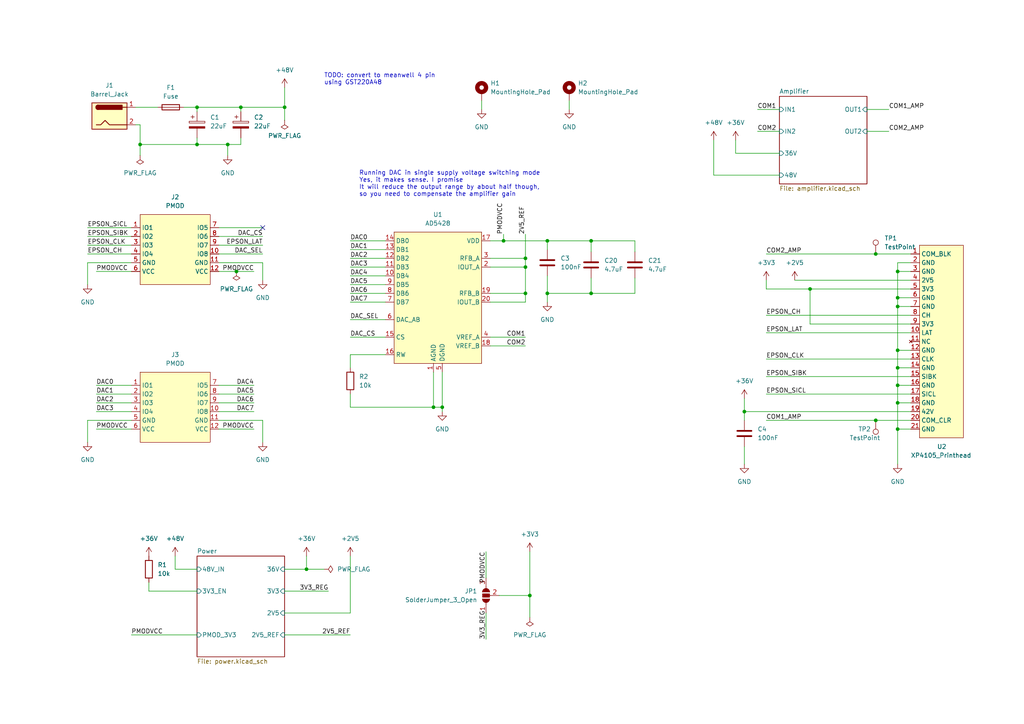
<source format=kicad_sch>
(kicad_sch (version 20211123) (generator eeschema)

  (uuid e63e39d7-6ac0-4ffd-8aa3-1841a4541b55)

  (paper "A4")

  (lib_symbols
    (symbol "Connector:Barrel_Jack" (pin_names (offset 1.016)) (in_bom yes) (on_board yes)
      (property "Reference" "J" (id 0) (at 0 5.334 0)
        (effects (font (size 1.27 1.27)))
      )
      (property "Value" "Barrel_Jack" (id 1) (at 0 -5.08 0)
        (effects (font (size 1.27 1.27)))
      )
      (property "Footprint" "" (id 2) (at 1.27 -1.016 0)
        (effects (font (size 1.27 1.27)) hide)
      )
      (property "Datasheet" "~" (id 3) (at 1.27 -1.016 0)
        (effects (font (size 1.27 1.27)) hide)
      )
      (property "ki_keywords" "DC power barrel jack connector" (id 4) (at 0 0 0)
        (effects (font (size 1.27 1.27)) hide)
      )
      (property "ki_description" "DC Barrel Jack" (id 5) (at 0 0 0)
        (effects (font (size 1.27 1.27)) hide)
      )
      (property "ki_fp_filters" "BarrelJack*" (id 6) (at 0 0 0)
        (effects (font (size 1.27 1.27)) hide)
      )
      (symbol "Barrel_Jack_0_1"
        (rectangle (start -5.08 3.81) (end 5.08 -3.81)
          (stroke (width 0.254) (type default) (color 0 0 0 0))
          (fill (type background))
        )
        (arc (start -3.302 3.175) (mid -3.937 2.54) (end -3.302 1.905)
          (stroke (width 0.254) (type default) (color 0 0 0 0))
          (fill (type none))
        )
        (arc (start -3.302 3.175) (mid -3.937 2.54) (end -3.302 1.905)
          (stroke (width 0.254) (type default) (color 0 0 0 0))
          (fill (type outline))
        )
        (polyline
          (pts
            (xy 5.08 2.54)
            (xy 3.81 2.54)
          )
          (stroke (width 0.254) (type default) (color 0 0 0 0))
          (fill (type none))
        )
        (polyline
          (pts
            (xy -3.81 -2.54)
            (xy -2.54 -2.54)
            (xy -1.27 -1.27)
            (xy 0 -2.54)
            (xy 2.54 -2.54)
            (xy 5.08 -2.54)
          )
          (stroke (width 0.254) (type default) (color 0 0 0 0))
          (fill (type none))
        )
        (rectangle (start 3.683 3.175) (end -3.302 1.905)
          (stroke (width 0.254) (type default) (color 0 0 0 0))
          (fill (type outline))
        )
      )
      (symbol "Barrel_Jack_1_1"
        (pin passive line (at 7.62 2.54 180) (length 2.54)
          (name "~" (effects (font (size 1.27 1.27))))
          (number "1" (effects (font (size 1.27 1.27))))
        )
        (pin passive line (at 7.62 -2.54 180) (length 2.54)
          (name "~" (effects (font (size 1.27 1.27))))
          (number "2" (effects (font (size 1.27 1.27))))
        )
      )
    )
    (symbol "Connector:TestPoint" (pin_numbers hide) (pin_names (offset 0.762) hide) (in_bom yes) (on_board yes)
      (property "Reference" "TP" (id 0) (at 0 6.858 0)
        (effects (font (size 1.27 1.27)))
      )
      (property "Value" "TestPoint" (id 1) (at 0 5.08 0)
        (effects (font (size 1.27 1.27)))
      )
      (property "Footprint" "" (id 2) (at 5.08 0 0)
        (effects (font (size 1.27 1.27)) hide)
      )
      (property "Datasheet" "~" (id 3) (at 5.08 0 0)
        (effects (font (size 1.27 1.27)) hide)
      )
      (property "ki_keywords" "test point tp" (id 4) (at 0 0 0)
        (effects (font (size 1.27 1.27)) hide)
      )
      (property "ki_description" "test point" (id 5) (at 0 0 0)
        (effects (font (size 1.27 1.27)) hide)
      )
      (property "ki_fp_filters" "Pin* Test*" (id 6) (at 0 0 0)
        (effects (font (size 1.27 1.27)) hide)
      )
      (symbol "TestPoint_0_1"
        (circle (center 0 3.302) (radius 0.762)
          (stroke (width 0) (type default) (color 0 0 0 0))
          (fill (type none))
        )
      )
      (symbol "TestPoint_1_1"
        (pin passive line (at 0 0 90) (length 2.54)
          (name "1" (effects (font (size 1.27 1.27))))
          (number "1" (effects (font (size 1.27 1.27))))
        )
      )
    )
    (symbol "Device:C" (pin_numbers hide) (pin_names (offset 0.254)) (in_bom yes) (on_board yes)
      (property "Reference" "C" (id 0) (at 0.635 2.54 0)
        (effects (font (size 1.27 1.27)) (justify left))
      )
      (property "Value" "C" (id 1) (at 0.635 -2.54 0)
        (effects (font (size 1.27 1.27)) (justify left))
      )
      (property "Footprint" "" (id 2) (at 0.9652 -3.81 0)
        (effects (font (size 1.27 1.27)) hide)
      )
      (property "Datasheet" "~" (id 3) (at 0 0 0)
        (effects (font (size 1.27 1.27)) hide)
      )
      (property "ki_keywords" "cap capacitor" (id 4) (at 0 0 0)
        (effects (font (size 1.27 1.27)) hide)
      )
      (property "ki_description" "Unpolarized capacitor" (id 5) (at 0 0 0)
        (effects (font (size 1.27 1.27)) hide)
      )
      (property "ki_fp_filters" "C_*" (id 6) (at 0 0 0)
        (effects (font (size 1.27 1.27)) hide)
      )
      (symbol "C_0_1"
        (polyline
          (pts
            (xy -2.032 -0.762)
            (xy 2.032 -0.762)
          )
          (stroke (width 0.508) (type default) (color 0 0 0 0))
          (fill (type none))
        )
        (polyline
          (pts
            (xy -2.032 0.762)
            (xy 2.032 0.762)
          )
          (stroke (width 0.508) (type default) (color 0 0 0 0))
          (fill (type none))
        )
      )
      (symbol "C_1_1"
        (pin passive line (at 0 3.81 270) (length 2.794)
          (name "~" (effects (font (size 1.27 1.27))))
          (number "1" (effects (font (size 1.27 1.27))))
        )
        (pin passive line (at 0 -3.81 90) (length 2.794)
          (name "~" (effects (font (size 1.27 1.27))))
          (number "2" (effects (font (size 1.27 1.27))))
        )
      )
    )
    (symbol "Device:C_Polarized" (pin_numbers hide) (pin_names (offset 0.254)) (in_bom yes) (on_board yes)
      (property "Reference" "C" (id 0) (at 0.635 2.54 0)
        (effects (font (size 1.27 1.27)) (justify left))
      )
      (property "Value" "C_Polarized" (id 1) (at 0.635 -2.54 0)
        (effects (font (size 1.27 1.27)) (justify left))
      )
      (property "Footprint" "" (id 2) (at 0.9652 -3.81 0)
        (effects (font (size 1.27 1.27)) hide)
      )
      (property "Datasheet" "~" (id 3) (at 0 0 0)
        (effects (font (size 1.27 1.27)) hide)
      )
      (property "ki_keywords" "cap capacitor" (id 4) (at 0 0 0)
        (effects (font (size 1.27 1.27)) hide)
      )
      (property "ki_description" "Polarized capacitor" (id 5) (at 0 0 0)
        (effects (font (size 1.27 1.27)) hide)
      )
      (property "ki_fp_filters" "CP_*" (id 6) (at 0 0 0)
        (effects (font (size 1.27 1.27)) hide)
      )
      (symbol "C_Polarized_0_1"
        (rectangle (start -2.286 0.508) (end 2.286 1.016)
          (stroke (width 0) (type default) (color 0 0 0 0))
          (fill (type none))
        )
        (polyline
          (pts
            (xy -1.778 2.286)
            (xy -0.762 2.286)
          )
          (stroke (width 0) (type default) (color 0 0 0 0))
          (fill (type none))
        )
        (polyline
          (pts
            (xy -1.27 2.794)
            (xy -1.27 1.778)
          )
          (stroke (width 0) (type default) (color 0 0 0 0))
          (fill (type none))
        )
        (rectangle (start 2.286 -0.508) (end -2.286 -1.016)
          (stroke (width 0) (type default) (color 0 0 0 0))
          (fill (type outline))
        )
      )
      (symbol "C_Polarized_1_1"
        (pin passive line (at 0 3.81 270) (length 2.794)
          (name "~" (effects (font (size 1.27 1.27))))
          (number "1" (effects (font (size 1.27 1.27))))
        )
        (pin passive line (at 0 -3.81 90) (length 2.794)
          (name "~" (effects (font (size 1.27 1.27))))
          (number "2" (effects (font (size 1.27 1.27))))
        )
      )
    )
    (symbol "Device:Fuse" (pin_numbers hide) (pin_names (offset 0)) (in_bom yes) (on_board yes)
      (property "Reference" "F" (id 0) (at 2.032 0 90)
        (effects (font (size 1.27 1.27)))
      )
      (property "Value" "Fuse" (id 1) (at -1.905 0 90)
        (effects (font (size 1.27 1.27)))
      )
      (property "Footprint" "" (id 2) (at -1.778 0 90)
        (effects (font (size 1.27 1.27)) hide)
      )
      (property "Datasheet" "~" (id 3) (at 0 0 0)
        (effects (font (size 1.27 1.27)) hide)
      )
      (property "ki_keywords" "fuse" (id 4) (at 0 0 0)
        (effects (font (size 1.27 1.27)) hide)
      )
      (property "ki_description" "Fuse" (id 5) (at 0 0 0)
        (effects (font (size 1.27 1.27)) hide)
      )
      (property "ki_fp_filters" "*Fuse*" (id 6) (at 0 0 0)
        (effects (font (size 1.27 1.27)) hide)
      )
      (symbol "Fuse_0_1"
        (rectangle (start -0.762 -2.54) (end 0.762 2.54)
          (stroke (width 0.254) (type default) (color 0 0 0 0))
          (fill (type none))
        )
        (polyline
          (pts
            (xy 0 2.54)
            (xy 0 -2.54)
          )
          (stroke (width 0) (type default) (color 0 0 0 0))
          (fill (type none))
        )
      )
      (symbol "Fuse_1_1"
        (pin passive line (at 0 3.81 270) (length 1.27)
          (name "~" (effects (font (size 1.27 1.27))))
          (number "1" (effects (font (size 1.27 1.27))))
        )
        (pin passive line (at 0 -3.81 90) (length 1.27)
          (name "~" (effects (font (size 1.27 1.27))))
          (number "2" (effects (font (size 1.27 1.27))))
        )
      )
    )
    (symbol "Device:R" (pin_numbers hide) (pin_names (offset 0)) (in_bom yes) (on_board yes)
      (property "Reference" "R" (id 0) (at 2.032 0 90)
        (effects (font (size 1.27 1.27)))
      )
      (property "Value" "R" (id 1) (at 0 0 90)
        (effects (font (size 1.27 1.27)))
      )
      (property "Footprint" "" (id 2) (at -1.778 0 90)
        (effects (font (size 1.27 1.27)) hide)
      )
      (property "Datasheet" "~" (id 3) (at 0 0 0)
        (effects (font (size 1.27 1.27)) hide)
      )
      (property "ki_keywords" "R res resistor" (id 4) (at 0 0 0)
        (effects (font (size 1.27 1.27)) hide)
      )
      (property "ki_description" "Resistor" (id 5) (at 0 0 0)
        (effects (font (size 1.27 1.27)) hide)
      )
      (property "ki_fp_filters" "R_*" (id 6) (at 0 0 0)
        (effects (font (size 1.27 1.27)) hide)
      )
      (symbol "R_0_1"
        (rectangle (start -1.016 -2.54) (end 1.016 2.54)
          (stroke (width 0.254) (type default) (color 0 0 0 0))
          (fill (type none))
        )
      )
      (symbol "R_1_1"
        (pin passive line (at 0 3.81 270) (length 1.27)
          (name "~" (effects (font (size 1.27 1.27))))
          (number "1" (effects (font (size 1.27 1.27))))
        )
        (pin passive line (at 0 -3.81 90) (length 1.27)
          (name "~" (effects (font (size 1.27 1.27))))
          (number "2" (effects (font (size 1.27 1.27))))
        )
      )
    )
    (symbol "Jumper:SolderJumper_3_Open" (pin_names (offset 0) hide) (in_bom yes) (on_board yes)
      (property "Reference" "JP" (id 0) (at -2.54 -2.54 0)
        (effects (font (size 1.27 1.27)))
      )
      (property "Value" "SolderJumper_3_Open" (id 1) (at 0 2.794 0)
        (effects (font (size 1.27 1.27)))
      )
      (property "Footprint" "" (id 2) (at 0 0 0)
        (effects (font (size 1.27 1.27)) hide)
      )
      (property "Datasheet" "~" (id 3) (at 0 0 0)
        (effects (font (size 1.27 1.27)) hide)
      )
      (property "ki_keywords" "Solder Jumper SPDT" (id 4) (at 0 0 0)
        (effects (font (size 1.27 1.27)) hide)
      )
      (property "ki_description" "Solder Jumper, 3-pole, open" (id 5) (at 0 0 0)
        (effects (font (size 1.27 1.27)) hide)
      )
      (property "ki_fp_filters" "SolderJumper*Open*" (id 6) (at 0 0 0)
        (effects (font (size 1.27 1.27)) hide)
      )
      (symbol "SolderJumper_3_Open_0_1"
        (arc (start -1.016 1.016) (mid -2.032 0) (end -1.016 -1.016)
          (stroke (width 0) (type default) (color 0 0 0 0))
          (fill (type none))
        )
        (arc (start -1.016 1.016) (mid -2.032 0) (end -1.016 -1.016)
          (stroke (width 0) (type default) (color 0 0 0 0))
          (fill (type outline))
        )
        (rectangle (start -0.508 1.016) (end 0.508 -1.016)
          (stroke (width 0) (type default) (color 0 0 0 0))
          (fill (type outline))
        )
        (polyline
          (pts
            (xy -2.54 0)
            (xy -2.032 0)
          )
          (stroke (width 0) (type default) (color 0 0 0 0))
          (fill (type none))
        )
        (polyline
          (pts
            (xy -1.016 1.016)
            (xy -1.016 -1.016)
          )
          (stroke (width 0) (type default) (color 0 0 0 0))
          (fill (type none))
        )
        (polyline
          (pts
            (xy 0 -1.27)
            (xy 0 -1.016)
          )
          (stroke (width 0) (type default) (color 0 0 0 0))
          (fill (type none))
        )
        (polyline
          (pts
            (xy 1.016 1.016)
            (xy 1.016 -1.016)
          )
          (stroke (width 0) (type default) (color 0 0 0 0))
          (fill (type none))
        )
        (polyline
          (pts
            (xy 2.54 0)
            (xy 2.032 0)
          )
          (stroke (width 0) (type default) (color 0 0 0 0))
          (fill (type none))
        )
        (arc (start 1.016 -1.016) (mid 2.032 0) (end 1.016 1.016)
          (stroke (width 0) (type default) (color 0 0 0 0))
          (fill (type none))
        )
        (arc (start 1.016 -1.016) (mid 2.032 0) (end 1.016 1.016)
          (stroke (width 0) (type default) (color 0 0 0 0))
          (fill (type outline))
        )
      )
      (symbol "SolderJumper_3_Open_1_1"
        (pin passive line (at -5.08 0 0) (length 2.54)
          (name "A" (effects (font (size 1.27 1.27))))
          (number "1" (effects (font (size 1.27 1.27))))
        )
        (pin input line (at 0 -3.81 90) (length 2.54)
          (name "C" (effects (font (size 1.27 1.27))))
          (number "2" (effects (font (size 1.27 1.27))))
        )
        (pin passive line (at 5.08 0 180) (length 2.54)
          (name "B" (effects (font (size 1.27 1.27))))
          (number "3" (effects (font (size 1.27 1.27))))
        )
      )
    )
    (symbol "Mechanical:MountingHole_Pad" (pin_numbers hide) (pin_names (offset 1.016) hide) (in_bom yes) (on_board yes)
      (property "Reference" "H" (id 0) (at 0 6.35 0)
        (effects (font (size 1.27 1.27)))
      )
      (property "Value" "MountingHole_Pad" (id 1) (at 0 4.445 0)
        (effects (font (size 1.27 1.27)))
      )
      (property "Footprint" "" (id 2) (at 0 0 0)
        (effects (font (size 1.27 1.27)) hide)
      )
      (property "Datasheet" "~" (id 3) (at 0 0 0)
        (effects (font (size 1.27 1.27)) hide)
      )
      (property "ki_keywords" "mounting hole" (id 4) (at 0 0 0)
        (effects (font (size 1.27 1.27)) hide)
      )
      (property "ki_description" "Mounting Hole with connection" (id 5) (at 0 0 0)
        (effects (font (size 1.27 1.27)) hide)
      )
      (property "ki_fp_filters" "MountingHole*Pad*" (id 6) (at 0 0 0)
        (effects (font (size 1.27 1.27)) hide)
      )
      (symbol "MountingHole_Pad_0_1"
        (circle (center 0 1.27) (radius 1.27)
          (stroke (width 1.27) (type default) (color 0 0 0 0))
          (fill (type none))
        )
      )
      (symbol "MountingHole_Pad_1_1"
        (pin input line (at 0 -2.54 90) (length 2.54)
          (name "1" (effects (font (size 1.27 1.27))))
          (number "1" (effects (font (size 1.27 1.27))))
        )
      )
    )
    (symbol "power:+2V5" (power) (pin_names (offset 0)) (in_bom yes) (on_board yes)
      (property "Reference" "#PWR" (id 0) (at 0 -3.81 0)
        (effects (font (size 1.27 1.27)) hide)
      )
      (property "Value" "+2V5" (id 1) (at 0 3.556 0)
        (effects (font (size 1.27 1.27)))
      )
      (property "Footprint" "" (id 2) (at 0 0 0)
        (effects (font (size 1.27 1.27)) hide)
      )
      (property "Datasheet" "" (id 3) (at 0 0 0)
        (effects (font (size 1.27 1.27)) hide)
      )
      (property "ki_keywords" "power-flag" (id 4) (at 0 0 0)
        (effects (font (size 1.27 1.27)) hide)
      )
      (property "ki_description" "Power symbol creates a global label with name \"+2V5\"" (id 5) (at 0 0 0)
        (effects (font (size 1.27 1.27)) hide)
      )
      (symbol "+2V5_0_1"
        (polyline
          (pts
            (xy -0.762 1.27)
            (xy 0 2.54)
          )
          (stroke (width 0) (type default) (color 0 0 0 0))
          (fill (type none))
        )
        (polyline
          (pts
            (xy 0 0)
            (xy 0 2.54)
          )
          (stroke (width 0) (type default) (color 0 0 0 0))
          (fill (type none))
        )
        (polyline
          (pts
            (xy 0 2.54)
            (xy 0.762 1.27)
          )
          (stroke (width 0) (type default) (color 0 0 0 0))
          (fill (type none))
        )
      )
      (symbol "+2V5_1_1"
        (pin power_in line (at 0 0 90) (length 0) hide
          (name "+2V5" (effects (font (size 1.27 1.27))))
          (number "1" (effects (font (size 1.27 1.27))))
        )
      )
    )
    (symbol "power:+36V" (power) (pin_names (offset 0)) (in_bom yes) (on_board yes)
      (property "Reference" "#PWR" (id 0) (at 0 -3.81 0)
        (effects (font (size 1.27 1.27)) hide)
      )
      (property "Value" "+36V" (id 1) (at 0 3.556 0)
        (effects (font (size 1.27 1.27)))
      )
      (property "Footprint" "" (id 2) (at 0 0 0)
        (effects (font (size 1.27 1.27)) hide)
      )
      (property "Datasheet" "" (id 3) (at 0 0 0)
        (effects (font (size 1.27 1.27)) hide)
      )
      (property "ki_keywords" "power-flag" (id 4) (at 0 0 0)
        (effects (font (size 1.27 1.27)) hide)
      )
      (property "ki_description" "Power symbol creates a global label with name \"+36V\"" (id 5) (at 0 0 0)
        (effects (font (size 1.27 1.27)) hide)
      )
      (symbol "+36V_0_1"
        (polyline
          (pts
            (xy -0.762 1.27)
            (xy 0 2.54)
          )
          (stroke (width 0) (type default) (color 0 0 0 0))
          (fill (type none))
        )
        (polyline
          (pts
            (xy 0 0)
            (xy 0 2.54)
          )
          (stroke (width 0) (type default) (color 0 0 0 0))
          (fill (type none))
        )
        (polyline
          (pts
            (xy 0 2.54)
            (xy 0.762 1.27)
          )
          (stroke (width 0) (type default) (color 0 0 0 0))
          (fill (type none))
        )
      )
      (symbol "+36V_1_1"
        (pin power_in line (at 0 0 90) (length 0) hide
          (name "+36V" (effects (font (size 1.27 1.27))))
          (number "1" (effects (font (size 1.27 1.27))))
        )
      )
    )
    (symbol "power:+3V3" (power) (pin_names (offset 0)) (in_bom yes) (on_board yes)
      (property "Reference" "#PWR" (id 0) (at 0 -3.81 0)
        (effects (font (size 1.27 1.27)) hide)
      )
      (property "Value" "+3V3" (id 1) (at 0 3.556 0)
        (effects (font (size 1.27 1.27)))
      )
      (property "Footprint" "" (id 2) (at 0 0 0)
        (effects (font (size 1.27 1.27)) hide)
      )
      (property "Datasheet" "" (id 3) (at 0 0 0)
        (effects (font (size 1.27 1.27)) hide)
      )
      (property "ki_keywords" "power-flag" (id 4) (at 0 0 0)
        (effects (font (size 1.27 1.27)) hide)
      )
      (property "ki_description" "Power symbol creates a global label with name \"+3V3\"" (id 5) (at 0 0 0)
        (effects (font (size 1.27 1.27)) hide)
      )
      (symbol "+3V3_0_1"
        (polyline
          (pts
            (xy -0.762 1.27)
            (xy 0 2.54)
          )
          (stroke (width 0) (type default) (color 0 0 0 0))
          (fill (type none))
        )
        (polyline
          (pts
            (xy 0 0)
            (xy 0 2.54)
          )
          (stroke (width 0) (type default) (color 0 0 0 0))
          (fill (type none))
        )
        (polyline
          (pts
            (xy 0 2.54)
            (xy 0.762 1.27)
          )
          (stroke (width 0) (type default) (color 0 0 0 0))
          (fill (type none))
        )
      )
      (symbol "+3V3_1_1"
        (pin power_in line (at 0 0 90) (length 0) hide
          (name "+3V3" (effects (font (size 1.27 1.27))))
          (number "1" (effects (font (size 1.27 1.27))))
        )
      )
    )
    (symbol "power:+48V" (power) (pin_names (offset 0)) (in_bom yes) (on_board yes)
      (property "Reference" "#PWR" (id 0) (at 0 -3.81 0)
        (effects (font (size 1.27 1.27)) hide)
      )
      (property "Value" "+48V" (id 1) (at 0 3.556 0)
        (effects (font (size 1.27 1.27)))
      )
      (property "Footprint" "" (id 2) (at 0 0 0)
        (effects (font (size 1.27 1.27)) hide)
      )
      (property "Datasheet" "" (id 3) (at 0 0 0)
        (effects (font (size 1.27 1.27)) hide)
      )
      (property "ki_keywords" "power-flag" (id 4) (at 0 0 0)
        (effects (font (size 1.27 1.27)) hide)
      )
      (property "ki_description" "Power symbol creates a global label with name \"+48V\"" (id 5) (at 0 0 0)
        (effects (font (size 1.27 1.27)) hide)
      )
      (symbol "+48V_0_1"
        (polyline
          (pts
            (xy -0.762 1.27)
            (xy 0 2.54)
          )
          (stroke (width 0) (type default) (color 0 0 0 0))
          (fill (type none))
        )
        (polyline
          (pts
            (xy 0 0)
            (xy 0 2.54)
          )
          (stroke (width 0) (type default) (color 0 0 0 0))
          (fill (type none))
        )
        (polyline
          (pts
            (xy 0 2.54)
            (xy 0.762 1.27)
          )
          (stroke (width 0) (type default) (color 0 0 0 0))
          (fill (type none))
        )
      )
      (symbol "+48V_1_1"
        (pin power_in line (at 0 0 90) (length 0) hide
          (name "+48V" (effects (font (size 1.27 1.27))))
          (number "1" (effects (font (size 1.27 1.27))))
        )
      )
    )
    (symbol "power:GND" (power) (pin_names (offset 0)) (in_bom yes) (on_board yes)
      (property "Reference" "#PWR" (id 0) (at 0 -6.35 0)
        (effects (font (size 1.27 1.27)) hide)
      )
      (property "Value" "GND" (id 1) (at 0 -3.81 0)
        (effects (font (size 1.27 1.27)))
      )
      (property "Footprint" "" (id 2) (at 0 0 0)
        (effects (font (size 1.27 1.27)) hide)
      )
      (property "Datasheet" "" (id 3) (at 0 0 0)
        (effects (font (size 1.27 1.27)) hide)
      )
      (property "ki_keywords" "power-flag" (id 4) (at 0 0 0)
        (effects (font (size 1.27 1.27)) hide)
      )
      (property "ki_description" "Power symbol creates a global label with name \"GND\" , ground" (id 5) (at 0 0 0)
        (effects (font (size 1.27 1.27)) hide)
      )
      (symbol "GND_0_1"
        (polyline
          (pts
            (xy 0 0)
            (xy 0 -1.27)
            (xy 1.27 -1.27)
            (xy 0 -2.54)
            (xy -1.27 -1.27)
            (xy 0 -1.27)
          )
          (stroke (width 0) (type default) (color 0 0 0 0))
          (fill (type none))
        )
      )
      (symbol "GND_1_1"
        (pin power_in line (at 0 0 270) (length 0) hide
          (name "GND" (effects (font (size 1.27 1.27))))
          (number "1" (effects (font (size 1.27 1.27))))
        )
      )
    )
    (symbol "power:PWR_FLAG" (power) (pin_numbers hide) (pin_names (offset 0) hide) (in_bom yes) (on_board yes)
      (property "Reference" "#FLG" (id 0) (at 0 1.905 0)
        (effects (font (size 1.27 1.27)) hide)
      )
      (property "Value" "PWR_FLAG" (id 1) (at 0 3.81 0)
        (effects (font (size 1.27 1.27)))
      )
      (property "Footprint" "" (id 2) (at 0 0 0)
        (effects (font (size 1.27 1.27)) hide)
      )
      (property "Datasheet" "~" (id 3) (at 0 0 0)
        (effects (font (size 1.27 1.27)) hide)
      )
      (property "ki_keywords" "power-flag" (id 4) (at 0 0 0)
        (effects (font (size 1.27 1.27)) hide)
      )
      (property "ki_description" "Special symbol for telling ERC where power comes from" (id 5) (at 0 0 0)
        (effects (font (size 1.27 1.27)) hide)
      )
      (symbol "PWR_FLAG_0_0"
        (pin power_out line (at 0 0 90) (length 0)
          (name "pwr" (effects (font (size 1.27 1.27))))
          (number "1" (effects (font (size 1.27 1.27))))
        )
      )
      (symbol "PWR_FLAG_0_1"
        (polyline
          (pts
            (xy 0 0)
            (xy 0 1.27)
            (xy -1.016 1.905)
            (xy 0 2.54)
            (xy 1.016 1.905)
            (xy 0 1.27)
          )
          (stroke (width 0) (type default) (color 0 0 0 0))
          (fill (type none))
        )
      )
    )
    (symbol "printhead_controller:AD5428" (in_bom yes) (on_board yes)
      (property "Reference" "U" (id 0) (at 11.43 1.27 0)
        (effects (font (size 1.27 1.27)))
      )
      (property "Value" "AD5428" (id 1) (at 0 1.27 0)
        (effects (font (size 1.27 1.27)))
      )
      (property "Footprint" "Package_SO:TSSOP-20_4.4x6.5mm_P0.65mm" (id 2) (at 0 8.89 0)
        (effects (font (size 1.27 1.27)) hide)
      )
      (property "Datasheet" "https://www.analog.com/media/en/technical-documentation/data-sheets/AD5428_5440_5447.pdf" (id 3) (at 0 3.81 0)
        (effects (font (size 1.27 1.27)) hide)
      )
      (symbol "AD5428_0_1"
        (rectangle (start -12.7 0) (end 12.7 -38.1)
          (stroke (width 0) (type default) (color 0 0 0 0))
          (fill (type background))
        )
      )
      (symbol "AD5428_1_1"
        (pin power_in line (at -1.27 -40.64 90) (length 2.54)
          (name "AGND" (effects (font (size 1.27 1.27))))
          (number "1" (effects (font (size 1.27 1.27))))
        )
        (pin input line (at -15.24 -12.7 0) (length 2.54)
          (name "DB4" (effects (font (size 1.27 1.27))))
          (number "10" (effects (font (size 1.27 1.27))))
        )
        (pin input line (at -15.24 -10.16 0) (length 2.54)
          (name "DB3" (effects (font (size 1.27 1.27))))
          (number "11" (effects (font (size 1.27 1.27))))
        )
        (pin input line (at -15.24 -7.62 0) (length 2.54)
          (name "DB2" (effects (font (size 1.27 1.27))))
          (number "12" (effects (font (size 1.27 1.27))))
        )
        (pin input line (at -15.24 -5.08 0) (length 2.54)
          (name "DB1" (effects (font (size 1.27 1.27))))
          (number "13" (effects (font (size 1.27 1.27))))
        )
        (pin input line (at -15.24 -2.54 0) (length 2.54)
          (name "DB0" (effects (font (size 1.27 1.27))))
          (number "14" (effects (font (size 1.27 1.27))))
        )
        (pin input line (at -15.24 -30.48 0) (length 2.54)
          (name "CS" (effects (font (size 1.27 1.27))))
          (number "15" (effects (font (size 1.27 1.27))))
        )
        (pin input line (at -15.24 -35.56 0) (length 2.54)
          (name "RW" (effects (font (size 1.27 1.27))))
          (number "16" (effects (font (size 1.27 1.27))))
        )
        (pin power_in line (at 15.24 -2.54 180) (length 2.54)
          (name "VDD" (effects (font (size 1.27 1.27))))
          (number "17" (effects (font (size 1.27 1.27))))
        )
        (pin passive line (at 15.24 -33.02 180) (length 2.54)
          (name "VREF_B" (effects (font (size 1.27 1.27))))
          (number "18" (effects (font (size 1.27 1.27))))
        )
        (pin input line (at 15.24 -17.78 180) (length 2.54)
          (name "RFB_B" (effects (font (size 1.27 1.27))))
          (number "19" (effects (font (size 1.27 1.27))))
        )
        (pin passive line (at 15.24 -10.16 180) (length 2.54)
          (name "IOUT_A" (effects (font (size 1.27 1.27))))
          (number "2" (effects (font (size 1.27 1.27))))
        )
        (pin passive line (at 15.24 -20.32 180) (length 2.54)
          (name "IOUT_B" (effects (font (size 1.27 1.27))))
          (number "20" (effects (font (size 1.27 1.27))))
        )
        (pin input line (at 15.24 -7.62 180) (length 2.54)
          (name "RFB_A" (effects (font (size 1.27 1.27))))
          (number "3" (effects (font (size 1.27 1.27))))
        )
        (pin passive line (at 15.24 -30.48 180) (length 2.54)
          (name "VREF_A" (effects (font (size 1.27 1.27))))
          (number "4" (effects (font (size 1.27 1.27))))
        )
        (pin power_in line (at 1.27 -40.64 90) (length 2.54)
          (name "DGND" (effects (font (size 1.27 1.27))))
          (number "5" (effects (font (size 1.27 1.27))))
        )
        (pin input line (at -15.24 -25.4 0) (length 2.54)
          (name "DAC_AB" (effects (font (size 1.27 1.27))))
          (number "6" (effects (font (size 1.27 1.27))))
        )
        (pin input line (at -15.24 -20.32 0) (length 2.54)
          (name "DB7" (effects (font (size 1.27 1.27))))
          (number "7" (effects (font (size 1.27 1.27))))
        )
        (pin input line (at -15.24 -17.78 0) (length 2.54)
          (name "DB6" (effects (font (size 1.27 1.27))))
          (number "8" (effects (font (size 1.27 1.27))))
        )
        (pin input line (at -15.24 -15.24 0) (length 2.54)
          (name "DB5" (effects (font (size 1.27 1.27))))
          (number "9" (effects (font (size 1.27 1.27))))
        )
      )
    )
    (symbol "printhead_controller:PMOD" (in_bom yes) (on_board yes)
      (property "Reference" "J" (id 0) (at 0 -21.59 0)
        (effects (font (size 1.27 1.27)))
      )
      (property "Value" "PMOD" (id 1) (at 0 1.27 0)
        (effects (font (size 1.27 1.27)))
      )
      (property "Footprint" "printhead_controller:PMOD-12-PERIPHERAL" (id 2) (at 0 5.08 0)
        (effects (font (size 1.27 1.27)) hide)
      )
      (property "Datasheet" "https://www.digilentinc.com/Pmods/Digilent-Pmod_%20Interface_Specification.pdf" (id 3) (at 0 3.81 0)
        (effects (font (size 1.27 1.27)) hide)
      )
      (symbol "PMOD_0_1"
        (rectangle (start -10.16 0) (end 10.16 -20.32)
          (stroke (width 0) (type default) (color 0 0 0 0))
          (fill (type background))
        )
      )
      (symbol "PMOD_1_1"
        (pin passive line (at -12.7 -3.81 0) (length 2.54)
          (name "IO1" (effects (font (size 1.27 1.27))))
          (number "1" (effects (font (size 1.27 1.27))))
        )
        (pin passive line (at 12.7 -11.43 180) (length 2.54)
          (name "IO8" (effects (font (size 1.27 1.27))))
          (number "10" (effects (font (size 1.27 1.27))))
        )
        (pin power_in line (at 12.7 -13.97 180) (length 2.54)
          (name "GND" (effects (font (size 1.27 1.27))))
          (number "11" (effects (font (size 1.27 1.27))))
        )
        (pin passive line (at 12.7 -16.51 180) (length 2.54)
          (name "VCC" (effects (font (size 1.27 1.27))))
          (number "12" (effects (font (size 1.27 1.27))))
        )
        (pin passive line (at -12.7 -6.35 0) (length 2.54)
          (name "IO2" (effects (font (size 1.27 1.27))))
          (number "2" (effects (font (size 1.27 1.27))))
        )
        (pin passive line (at -12.7 -8.89 0) (length 2.54)
          (name "IO3" (effects (font (size 1.27 1.27))))
          (number "3" (effects (font (size 1.27 1.27))))
        )
        (pin passive line (at -12.7 -11.43 0) (length 2.54)
          (name "IO4" (effects (font (size 1.27 1.27))))
          (number "4" (effects (font (size 1.27 1.27))))
        )
        (pin power_in line (at -12.7 -13.97 0) (length 2.54)
          (name "GND" (effects (font (size 1.27 1.27))))
          (number "5" (effects (font (size 1.27 1.27))))
        )
        (pin passive line (at -12.7 -16.51 0) (length 2.54)
          (name "VCC" (effects (font (size 1.27 1.27))))
          (number "6" (effects (font (size 1.27 1.27))))
        )
        (pin passive line (at 12.7 -3.81 180) (length 2.54)
          (name "IO5" (effects (font (size 1.27 1.27))))
          (number "7" (effects (font (size 1.27 1.27))))
        )
        (pin passive line (at 12.7 -6.35 180) (length 2.54)
          (name "IO6" (effects (font (size 1.27 1.27))))
          (number "8" (effects (font (size 1.27 1.27))))
        )
        (pin passive line (at 12.7 -8.89 180) (length 2.54)
          (name "IO7" (effects (font (size 1.27 1.27))))
          (number "9" (effects (font (size 1.27 1.27))))
        )
      )
    )
    (symbol "printhead_controller:XP4105_Printhead" (in_bom yes) (on_board yes)
      (property "Reference" "U" (id 0) (at 6.35 1.27 0)
        (effects (font (size 1.27 1.27)))
      )
      (property "Value" "XP4105_Printhead" (id 1) (at 6.35 -58.42 0)
        (effects (font (size 1.27 1.27)))
      )
      (property "Footprint" "" (id 2) (at 0 8.89 0)
        (effects (font (size 1.27 1.27)) hide)
      )
      (property "Datasheet" "" (id 3) (at 0 8.89 0)
        (effects (font (size 1.27 1.27)) hide)
      )
      (symbol "XP4105_Printhead_0_1"
        (rectangle (start 0 0) (end 12.7 -55.88)
          (stroke (width 0) (type default) (color 0 0 0 0))
          (fill (type background))
        )
      )
      (symbol "XP4105_Printhead_1_1"
        (pin input line (at -2.54 -2.54 0) (length 2.54)
          (name "COM_BLK" (effects (font (size 1.27 1.27))))
          (number "1" (effects (font (size 1.27 1.27))))
        )
        (pin input line (at -2.54 -25.4 0) (length 2.54)
          (name "LAT" (effects (font (size 1.27 1.27))))
          (number "10" (effects (font (size 1.27 1.27))))
        )
        (pin no_connect line (at -2.54 -27.94 0) (length 2.54)
          (name "NC" (effects (font (size 1.27 1.27))))
          (number "11" (effects (font (size 1.27 1.27))))
        )
        (pin passive line (at -2.54 -30.48 0) (length 2.54)
          (name "GND" (effects (font (size 1.27 1.27))))
          (number "12" (effects (font (size 1.27 1.27))))
        )
        (pin input line (at -2.54 -33.02 0) (length 2.54)
          (name "CLK" (effects (font (size 1.27 1.27))))
          (number "13" (effects (font (size 1.27 1.27))))
        )
        (pin passive line (at -2.54 -35.56 0) (length 2.54)
          (name "GND" (effects (font (size 1.27 1.27))))
          (number "14" (effects (font (size 1.27 1.27))))
        )
        (pin input line (at -2.54 -38.1 0) (length 2.54)
          (name "SIBK" (effects (font (size 1.27 1.27))))
          (number "15" (effects (font (size 1.27 1.27))))
        )
        (pin passive line (at -2.54 -40.64 0) (length 2.54)
          (name "GND" (effects (font (size 1.27 1.27))))
          (number "16" (effects (font (size 1.27 1.27))))
        )
        (pin input line (at -2.54 -43.18 0) (length 2.54)
          (name "SICL" (effects (font (size 1.27 1.27))))
          (number "17" (effects (font (size 1.27 1.27))))
        )
        (pin passive line (at -2.54 -45.72 0) (length 2.54)
          (name "GND" (effects (font (size 1.27 1.27))))
          (number "18" (effects (font (size 1.27 1.27))))
        )
        (pin power_in line (at -2.54 -48.26 0) (length 2.54)
          (name "42V" (effects (font (size 1.27 1.27))))
          (number "19" (effects (font (size 1.27 1.27))))
        )
        (pin passive line (at -2.54 -5.08 0) (length 2.54)
          (name "GND" (effects (font (size 1.27 1.27))))
          (number "2" (effects (font (size 1.27 1.27))))
        )
        (pin input line (at -2.54 -50.8 0) (length 2.54)
          (name "COM_CLR" (effects (font (size 1.27 1.27))))
          (number "20" (effects (font (size 1.27 1.27))))
        )
        (pin passive line (at -2.54 -53.34 0) (length 2.54)
          (name "GND" (effects (font (size 1.27 1.27))))
          (number "21" (effects (font (size 1.27 1.27))))
        )
        (pin passive line (at -2.54 -7.62 0) (length 2.54)
          (name "GND" (effects (font (size 1.27 1.27))))
          (number "3" (effects (font (size 1.27 1.27))))
        )
        (pin power_in line (at -2.54 -10.16 0) (length 2.54)
          (name "2V5" (effects (font (size 1.27 1.27))))
          (number "4" (effects (font (size 1.27 1.27))))
        )
        (pin power_in line (at -2.54 -12.7 0) (length 2.54)
          (name "3V3" (effects (font (size 1.27 1.27))))
          (number "5" (effects (font (size 1.27 1.27))))
        )
        (pin passive line (at -2.54 -15.24 0) (length 2.54)
          (name "GND" (effects (font (size 1.27 1.27))))
          (number "6" (effects (font (size 1.27 1.27))))
        )
        (pin passive line (at -2.54 -17.78 0) (length 2.54)
          (name "GND" (effects (font (size 1.27 1.27))))
          (number "7" (effects (font (size 1.27 1.27))))
        )
        (pin input line (at -2.54 -20.32 0) (length 2.54)
          (name "CH" (effects (font (size 1.27 1.27))))
          (number "8" (effects (font (size 1.27 1.27))))
        )
        (pin power_in line (at -2.54 -22.86 0) (length 2.54)
          (name "3V3" (effects (font (size 1.27 1.27))))
          (number "9" (effects (font (size 1.27 1.27))))
        )
      )
    )
  )

  (junction (at 128.27 118.11) (diameter 0) (color 0 0 0 0)
    (uuid 03df2251-8759-4514-953e-600d9789a914)
  )
  (junction (at 260.35 78.74) (diameter 0) (color 0 0 0 0)
    (uuid 11dbb39b-f9a0-439b-a76e-4d919aa8c665)
  )
  (junction (at 153.67 172.72) (diameter 0) (color 0 0 0 0)
    (uuid 1781468c-cd5e-4175-a92c-e4b3fd39905e)
  )
  (junction (at 234.95 83.82) (diameter 0) (color 0 0 0 0)
    (uuid 19017377-393f-4652-bf79-f02f8cae9b2c)
  )
  (junction (at 254 73.66) (diameter 0) (color 0 0 0 0)
    (uuid 2234c188-392e-484e-b1ae-3f4052ebb9e1)
  )
  (junction (at 88.9 165.1) (diameter 0) (color 0 0 0 0)
    (uuid 4c362935-2ae4-4a36-bd92-bd85c3b12d4c)
  )
  (junction (at 260.35 111.76) (diameter 0) (color 0 0 0 0)
    (uuid 62057588-0172-4a7d-98cf-4d64cb9d98e7)
  )
  (junction (at 152.4 85.09) (diameter 0) (color 0 0 0 0)
    (uuid 638cf6a0-58dd-4a3c-abec-368f8bf96636)
  )
  (junction (at 260.35 124.46) (diameter 0) (color 0 0 0 0)
    (uuid 6549f78c-88b4-4a29-aeda-e456ff518fdb)
  )
  (junction (at 57.15 41.91) (diameter 0) (color 0 0 0 0)
    (uuid 6ef55297-f259-4bec-96f2-100cf5bb0b4d)
  )
  (junction (at 215.9 119.38) (diameter 0) (color 0 0 0 0)
    (uuid 717c7274-814a-4dd6-ad17-a745bf3e11ea)
  )
  (junction (at 254 121.92) (diameter 0) (color 0 0 0 0)
    (uuid 7fcaa40f-e4bf-4d63-bd83-fecf4a8334bd)
  )
  (junction (at 260.35 88.9) (diameter 0) (color 0 0 0 0)
    (uuid 8af72263-6d88-467b-83e1-c201fdc50a07)
  )
  (junction (at 171.45 69.85) (diameter 0) (color 0 0 0 0)
    (uuid 8beb982d-5298-4009-b2ba-47479164aae1)
  )
  (junction (at 260.35 116.84) (diameter 0) (color 0 0 0 0)
    (uuid 91ecb820-545f-48fe-8835-79eb8387de1b)
  )
  (junction (at 152.4 74.93) (diameter 0) (color 0 0 0 0)
    (uuid 94f4e563-9364-4e0c-be4d-96c4dfdb7aab)
  )
  (junction (at 82.55 31.115) (diameter 0) (color 0 0 0 0)
    (uuid 9feec2ad-4a39-41d0-b94a-92a1cb0a3f79)
  )
  (junction (at 40.64 41.91) (diameter 0) (color 0 0 0 0)
    (uuid a2c6a8b0-d1e7-4ccd-924d-d72559bc333d)
  )
  (junction (at 260.35 101.6) (diameter 0) (color 0 0 0 0)
    (uuid a3660d3c-66d8-4b00-9e31-12a7257d11a7)
  )
  (junction (at 158.75 69.85) (diameter 0) (color 0 0 0 0)
    (uuid b0467222-310e-464f-a476-8ad260c04b47)
  )
  (junction (at 260.35 106.68) (diameter 0) (color 0 0 0 0)
    (uuid c298540a-e8d4-4fae-8cc6-eecc01121db5)
  )
  (junction (at 171.45 85.09) (diameter 0) (color 0 0 0 0)
    (uuid d1076456-2303-4d0f-9e00-d64d20bd7c54)
  )
  (junction (at 152.4 77.47) (diameter 0) (color 0 0 0 0)
    (uuid d666eeac-a445-46aa-9081-45b0c84a381c)
  )
  (junction (at 57.15 31.115) (diameter 0) (color 0 0 0 0)
    (uuid d7a161cc-643f-433a-8c8b-2a8c5217185d)
  )
  (junction (at 260.35 86.36) (diameter 0) (color 0 0 0 0)
    (uuid dd4109a3-8aa2-4618-8894-7d6da78beeb9)
  )
  (junction (at 125.73 118.11) (diameter 0) (color 0 0 0 0)
    (uuid e40cbe8d-10ae-4eef-9c6d-eeb6cf71a2fa)
  )
  (junction (at 146.05 69.85) (diameter 0) (color 0 0 0 0)
    (uuid e6a59672-5a4a-4197-82c3-c6210b891fd7)
  )
  (junction (at 158.75 85.09) (diameter 0) (color 0 0 0 0)
    (uuid ea5f7788-17a2-4f58-beed-e0959b1403ef)
  )
  (junction (at 66.04 41.91) (diameter 0) (color 0 0 0 0)
    (uuid f15774e0-050c-4269-822a-19c35f37516d)
  )
  (junction (at 68.58 78.74) (diameter 0) (color 0 0 0 0)
    (uuid f3889055-c7bd-497a-8bfa-03664c1a0ef1)
  )
  (junction (at 69.85 31.115) (diameter 0) (color 0 0 0 0)
    (uuid ff6fab5b-7288-498e-8d31-cc3055d34559)
  )

  (no_connect (at 76.2 66.04) (uuid 1f62f3d5-1557-4819-ae45-dbb47075c859))

  (wire (pts (xy 254 73.66) (xy 264.16 73.66))
    (stroke (width 0) (type default) (color 0 0 0 0))
    (uuid 01d113ee-b588-4220-a2ee-a1cb20dea562)
  )
  (wire (pts (xy 38.1 184.15) (xy 57.15 184.15))
    (stroke (width 0) (type default) (color 0 0 0 0))
    (uuid 02572eea-175d-4b36-86c2-bd72767d1393)
  )
  (wire (pts (xy 222.25 104.14) (xy 264.16 104.14))
    (stroke (width 0) (type default) (color 0 0 0 0))
    (uuid 02682694-3e57-4e5c-8419-58fe05efca2b)
  )
  (wire (pts (xy 101.6 102.87) (xy 101.6 106.68))
    (stroke (width 0) (type default) (color 0 0 0 0))
    (uuid 02b0466f-10c5-436e-9d50-71a61edc1115)
  )
  (wire (pts (xy 152.4 77.47) (xy 152.4 85.09))
    (stroke (width 0) (type default) (color 0 0 0 0))
    (uuid 0326ef12-3010-4501-a84f-510fb2e9a186)
  )
  (wire (pts (xy 63.5 68.58) (xy 76.2 68.58))
    (stroke (width 0) (type default) (color 0 0 0 0))
    (uuid 03fb17c4-8de9-40b1-9de2-cf1e6a23479a)
  )
  (wire (pts (xy 66.04 41.91) (xy 69.85 41.91))
    (stroke (width 0) (type default) (color 0 0 0 0))
    (uuid 0409d5bd-6b96-47d6-bb8d-c9ff70be817d)
  )
  (wire (pts (xy 101.6 74.93) (xy 111.76 74.93))
    (stroke (width 0) (type default) (color 0 0 0 0))
    (uuid 06217c36-0392-48f2-96c9-f083b8bee3ec)
  )
  (wire (pts (xy 25.4 71.12) (xy 38.1 71.12))
    (stroke (width 0) (type default) (color 0 0 0 0))
    (uuid 067c0c06-8c66-49de-a689-363262fc07dd)
  )
  (wire (pts (xy 184.15 85.09) (xy 184.15 80.645))
    (stroke (width 0) (type default) (color 0 0 0 0))
    (uuid 073a0c0d-a912-4fda-9a7d-d30dfd75134f)
  )
  (wire (pts (xy 158.75 69.85) (xy 171.45 69.85))
    (stroke (width 0) (type default) (color 0 0 0 0))
    (uuid 073a6dde-5ed0-471a-ab88-01d162c9a518)
  )
  (wire (pts (xy 251.46 38.1) (xy 257.81 38.1))
    (stroke (width 0) (type default) (color 0 0 0 0))
    (uuid 0a29cc99-48a4-4339-9b93-f83a5ac1def8)
  )
  (wire (pts (xy 82.55 177.8) (xy 101.6 177.8))
    (stroke (width 0) (type default) (color 0 0 0 0))
    (uuid 0b57fe86-7ebe-499e-97ac-62cf9b551850)
  )
  (wire (pts (xy 213.36 44.45) (xy 226.06 44.45))
    (stroke (width 0) (type default) (color 0 0 0 0))
    (uuid 0d98cb94-d6f5-49d6-8175-d20e11a6fbed)
  )
  (wire (pts (xy 25.4 68.58) (xy 38.1 68.58))
    (stroke (width 0) (type default) (color 0 0 0 0))
    (uuid 0f45109f-2ec6-406f-ad35-9033aad72b8d)
  )
  (wire (pts (xy 63.5 114.3) (xy 73.66 114.3))
    (stroke (width 0) (type default) (color 0 0 0 0))
    (uuid 11e0be04-4e70-472c-83ff-1da90750bc96)
  )
  (wire (pts (xy 88.9 165.1) (xy 93.98 165.1))
    (stroke (width 0) (type default) (color 0 0 0 0))
    (uuid 126a27bc-5e52-4e37-9811-8236fbdcbeaa)
  )
  (wire (pts (xy 215.9 129.54) (xy 215.9 134.62))
    (stroke (width 0) (type default) (color 0 0 0 0))
    (uuid 12705c36-4e9f-4df4-99b7-b051764dce48)
  )
  (wire (pts (xy 63.5 124.46) (xy 73.66 124.46))
    (stroke (width 0) (type default) (color 0 0 0 0))
    (uuid 1488b0bd-1501-469f-97df-c0c9e876308a)
  )
  (wire (pts (xy 260.35 76.2) (xy 260.35 78.74))
    (stroke (width 0) (type default) (color 0 0 0 0))
    (uuid 15050d0c-de28-49c9-86db-6edea0bb2301)
  )
  (wire (pts (xy 171.45 80.645) (xy 171.45 85.09))
    (stroke (width 0) (type default) (color 0 0 0 0))
    (uuid 18c12e62-74cf-4436-bfd9-40cd5678f6fd)
  )
  (wire (pts (xy 57.15 31.115) (xy 69.85 31.115))
    (stroke (width 0) (type default) (color 0 0 0 0))
    (uuid 18d685cd-dbe0-43a0-95a9-c950c9289910)
  )
  (wire (pts (xy 260.35 88.9) (xy 260.35 101.6))
    (stroke (width 0) (type default) (color 0 0 0 0))
    (uuid 1a8c51b6-70f3-46b7-900c-fdcd5e0d8380)
  )
  (wire (pts (xy 128.27 118.11) (xy 125.73 118.11))
    (stroke (width 0) (type default) (color 0 0 0 0))
    (uuid 1cd3ba5a-51bc-4e01-8769-894fb06c2229)
  )
  (wire (pts (xy 222.25 73.66) (xy 254 73.66))
    (stroke (width 0) (type default) (color 0 0 0 0))
    (uuid 1ec5970a-e2b0-4502-b4c7-0af864300584)
  )
  (wire (pts (xy 222.25 114.3) (xy 264.16 114.3))
    (stroke (width 0) (type default) (color 0 0 0 0))
    (uuid 1ef7c678-e201-4297-b451-7718bc937410)
  )
  (wire (pts (xy 213.36 44.45) (xy 213.36 40.64))
    (stroke (width 0) (type default) (color 0 0 0 0))
    (uuid 211dae04-1efb-4a53-bd4b-e32cff605a88)
  )
  (wire (pts (xy 171.45 85.09) (xy 184.15 85.09))
    (stroke (width 0) (type default) (color 0 0 0 0))
    (uuid 214c5579-4f0c-4c45-be28-20971d23532a)
  )
  (wire (pts (xy 140.97 177.8) (xy 140.97 185.42))
    (stroke (width 0) (type default) (color 0 0 0 0))
    (uuid 22353318-b610-462d-b49d-6e81aee2c761)
  )
  (wire (pts (xy 101.6 97.79) (xy 111.76 97.79))
    (stroke (width 0) (type default) (color 0 0 0 0))
    (uuid 23ea568f-49ba-46de-a1b4-6b49a8c87e98)
  )
  (wire (pts (xy 125.73 107.95) (xy 125.73 118.11))
    (stroke (width 0) (type default) (color 0 0 0 0))
    (uuid 261d7d89-2aa4-401c-931a-aa7cb9ebf584)
  )
  (wire (pts (xy 230.505 81.28) (xy 264.16 81.28))
    (stroke (width 0) (type default) (color 0 0 0 0))
    (uuid 269585be-6ce0-42fb-89e8-fcd905d88d79)
  )
  (wire (pts (xy 264.16 116.84) (xy 260.35 116.84))
    (stroke (width 0) (type default) (color 0 0 0 0))
    (uuid 2a9f47b5-48af-421d-8c70-cdfb853f1a33)
  )
  (wire (pts (xy 38.1 76.2) (xy 25.4 76.2))
    (stroke (width 0) (type default) (color 0 0 0 0))
    (uuid 2c2846d6-1c88-49b0-8c7a-29a93c57c3e1)
  )
  (wire (pts (xy 171.45 69.85) (xy 184.15 69.85))
    (stroke (width 0) (type default) (color 0 0 0 0))
    (uuid 2d2d59e2-1248-4621-b99f-d1c1bc9fb030)
  )
  (wire (pts (xy 27.94 119.38) (xy 38.1 119.38))
    (stroke (width 0) (type default) (color 0 0 0 0))
    (uuid 2d97703a-a759-4f3f-873e-208f85ab4538)
  )
  (wire (pts (xy 82.55 31.115) (xy 82.55 25.4))
    (stroke (width 0) (type default) (color 0 0 0 0))
    (uuid 2db41736-9e94-4e7b-9179-7cdb25df09b3)
  )
  (wire (pts (xy 260.35 78.74) (xy 260.35 86.36))
    (stroke (width 0) (type default) (color 0 0 0 0))
    (uuid 2de8282e-fa00-48ee-b32a-3092a4b72019)
  )
  (wire (pts (xy 69.85 41.91) (xy 69.85 40.005))
    (stroke (width 0) (type default) (color 0 0 0 0))
    (uuid 2e3a20d3-1ad7-4a50-986d-ad937c1980c1)
  )
  (wire (pts (xy 101.6 118.11) (xy 125.73 118.11))
    (stroke (width 0) (type default) (color 0 0 0 0))
    (uuid 2f1915ad-6434-4958-9655-226f815c0c01)
  )
  (wire (pts (xy 222.25 83.82) (xy 234.95 83.82))
    (stroke (width 0) (type default) (color 0 0 0 0))
    (uuid 2f6d8840-febe-4c8d-a25e-ce9622a0056d)
  )
  (wire (pts (xy 207.01 40.64) (xy 207.01 50.8))
    (stroke (width 0) (type default) (color 0 0 0 0))
    (uuid 3025589b-ff2a-4c23-b401-93313bb221db)
  )
  (wire (pts (xy 260.35 86.36) (xy 260.35 88.9))
    (stroke (width 0) (type default) (color 0 0 0 0))
    (uuid 30fee246-72f8-4a1b-b0a8-9d5c4e8dbb21)
  )
  (wire (pts (xy 222.25 81.28) (xy 222.25 83.82))
    (stroke (width 0) (type default) (color 0 0 0 0))
    (uuid 31aca4fe-912a-4128-a047-f94df27865c3)
  )
  (wire (pts (xy 207.01 50.8) (xy 226.06 50.8))
    (stroke (width 0) (type default) (color 0 0 0 0))
    (uuid 32842ce9-c786-439d-91d2-032352d801aa)
  )
  (wire (pts (xy 171.45 69.85) (xy 171.45 73.025))
    (stroke (width 0) (type default) (color 0 0 0 0))
    (uuid 34be8cc3-a6aa-45fb-8c6a-aabaebd302d1)
  )
  (wire (pts (xy 234.95 93.98) (xy 264.16 93.98))
    (stroke (width 0) (type default) (color 0 0 0 0))
    (uuid 382e2b24-9617-42d3-b4fc-54df63868c3f)
  )
  (wire (pts (xy 222.25 96.52) (xy 264.16 96.52))
    (stroke (width 0) (type default) (color 0 0 0 0))
    (uuid 39a0385e-61b5-4134-b304-1764a2733b1e)
  )
  (wire (pts (xy 264.16 88.9) (xy 260.35 88.9))
    (stroke (width 0) (type default) (color 0 0 0 0))
    (uuid 3b0ba309-2160-4499-bc0e-fc55ca1536df)
  )
  (wire (pts (xy 158.75 80.01) (xy 158.75 85.09))
    (stroke (width 0) (type default) (color 0 0 0 0))
    (uuid 3b10c1ea-f728-4cd3-af0b-bab3b17f6413)
  )
  (wire (pts (xy 69.85 31.115) (xy 69.85 32.385))
    (stroke (width 0) (type default) (color 0 0 0 0))
    (uuid 3d449522-83a2-4a5a-9bde-b31c1824732b)
  )
  (wire (pts (xy 260.35 124.46) (xy 260.35 134.62))
    (stroke (width 0) (type default) (color 0 0 0 0))
    (uuid 3d738f7f-2ff7-429d-aa67-08fab548d277)
  )
  (wire (pts (xy 63.5 71.12) (xy 76.2 71.12))
    (stroke (width 0) (type default) (color 0 0 0 0))
    (uuid 3e6bfcfb-041f-415a-ad90-bd40064252f9)
  )
  (wire (pts (xy 251.46 31.75) (xy 257.81 31.75))
    (stroke (width 0) (type default) (color 0 0 0 0))
    (uuid 3e94be0b-8199-43f9-8a05-b640c5183877)
  )
  (wire (pts (xy 82.55 184.15) (xy 101.6 184.15))
    (stroke (width 0) (type default) (color 0 0 0 0))
    (uuid 40f0cf47-c637-4987-bafd-8098a534213e)
  )
  (wire (pts (xy 234.95 93.98) (xy 234.95 83.82))
    (stroke (width 0) (type default) (color 0 0 0 0))
    (uuid 4620a9de-327e-4b7d-befa-a773cddd633a)
  )
  (wire (pts (xy 25.4 121.92) (xy 38.1 121.92))
    (stroke (width 0) (type default) (color 0 0 0 0))
    (uuid 48c66971-e15b-411f-9490-2e80d63728e4)
  )
  (wire (pts (xy 27.94 78.74) (xy 38.1 78.74))
    (stroke (width 0) (type default) (color 0 0 0 0))
    (uuid 4b35f8a8-a74d-4b53-9f6e-3262c7cc2cd8)
  )
  (wire (pts (xy 128.27 118.11) (xy 128.27 119.38))
    (stroke (width 0) (type default) (color 0 0 0 0))
    (uuid 4cef3ee6-da80-470e-bd89-3e2bff302d6a)
  )
  (wire (pts (xy 57.15 40.005) (xy 57.15 41.91))
    (stroke (width 0) (type default) (color 0 0 0 0))
    (uuid 4fd42951-5201-4f4f-ba4a-0a34ccbab4bb)
  )
  (wire (pts (xy 142.24 97.79) (xy 152.4 97.79))
    (stroke (width 0) (type default) (color 0 0 0 0))
    (uuid 533dd6f4-71b3-4c54-b6e0-5a3cbb9b4bc6)
  )
  (wire (pts (xy 152.4 67.945) (xy 152.4 74.93))
    (stroke (width 0) (type default) (color 0 0 0 0))
    (uuid 548997d2-5e02-430c-9a83-1dc45a6e479e)
  )
  (wire (pts (xy 101.6 161.29) (xy 101.6 177.8))
    (stroke (width 0) (type default) (color 0 0 0 0))
    (uuid 580f69e8-e727-4017-b0b3-be2ed05c18f6)
  )
  (wire (pts (xy 68.58 78.74) (xy 73.66 78.74))
    (stroke (width 0) (type default) (color 0 0 0 0))
    (uuid 583a1ef9-c1d1-4736-b565-a88550598075)
  )
  (wire (pts (xy 27.94 111.76) (xy 38.1 111.76))
    (stroke (width 0) (type default) (color 0 0 0 0))
    (uuid 592448e3-a2ee-41a5-9d0c-606155fb65ee)
  )
  (wire (pts (xy 142.24 77.47) (xy 152.4 77.47))
    (stroke (width 0) (type default) (color 0 0 0 0))
    (uuid 5a5fbf63-06bd-41c8-ad54-8b356363671a)
  )
  (wire (pts (xy 184.15 69.85) (xy 184.15 73.025))
    (stroke (width 0) (type default) (color 0 0 0 0))
    (uuid 5e8cc55c-6f62-46ee-9394-0523be8249cb)
  )
  (wire (pts (xy 76.2 76.2) (xy 76.2 81.28))
    (stroke (width 0) (type default) (color 0 0 0 0))
    (uuid 5f98e141-6d98-4e38-a9c1-a4f19e8a748f)
  )
  (wire (pts (xy 139.7 29.21) (xy 139.7 31.75))
    (stroke (width 0) (type default) (color 0 0 0 0))
    (uuid 63c66f7e-5614-4793-b470-0fa68cdefd91)
  )
  (wire (pts (xy 101.6 80.01) (xy 111.76 80.01))
    (stroke (width 0) (type default) (color 0 0 0 0))
    (uuid 68759b10-ad4f-4ff4-8fe7-98d34bd21274)
  )
  (wire (pts (xy 140.97 160.02) (xy 140.97 167.64))
    (stroke (width 0) (type default) (color 0 0 0 0))
    (uuid 6b1e064d-a9a6-44a4-95eb-706a5000847c)
  )
  (wire (pts (xy 63.5 121.92) (xy 76.2 121.92))
    (stroke (width 0) (type default) (color 0 0 0 0))
    (uuid 6b3ad608-1f2f-4351-af25-87023191cd22)
  )
  (wire (pts (xy 222.25 121.92) (xy 254 121.92))
    (stroke (width 0) (type default) (color 0 0 0 0))
    (uuid 6b8398e9-d9fd-4ad2-a73b-b166cba7d812)
  )
  (wire (pts (xy 27.94 114.3) (xy 38.1 114.3))
    (stroke (width 0) (type default) (color 0 0 0 0))
    (uuid 6cc0bdde-8440-4c60-9642-b5a57b092c32)
  )
  (wire (pts (xy 153.67 172.72) (xy 153.67 179.07))
    (stroke (width 0) (type default) (color 0 0 0 0))
    (uuid 6d97f04c-4fee-44e2-b4e0-49137026a2ec)
  )
  (wire (pts (xy 57.15 165.1) (xy 50.8 165.1))
    (stroke (width 0) (type default) (color 0 0 0 0))
    (uuid 6e19ccd3-468f-4545-8206-959d7b60a2b7)
  )
  (wire (pts (xy 153.67 160.02) (xy 153.67 172.72))
    (stroke (width 0) (type default) (color 0 0 0 0))
    (uuid 6e2d25ab-3c20-4a00-8e2a-a6350f20bbd5)
  )
  (wire (pts (xy 39.37 36.195) (xy 40.64 36.195))
    (stroke (width 0) (type default) (color 0 0 0 0))
    (uuid 6e319229-7fb6-49ef-a61d-a988b9cea0e2)
  )
  (wire (pts (xy 264.16 101.6) (xy 260.35 101.6))
    (stroke (width 0) (type default) (color 0 0 0 0))
    (uuid 6ee5bb36-b639-49a0-91b3-1057baf3ba00)
  )
  (wire (pts (xy 260.35 124.46) (xy 264.16 124.46))
    (stroke (width 0) (type default) (color 0 0 0 0))
    (uuid 72974004-d007-4840-882e-b3df7c0da96c)
  )
  (wire (pts (xy 142.24 87.63) (xy 152.4 87.63))
    (stroke (width 0) (type default) (color 0 0 0 0))
    (uuid 72bdc35f-a3a4-493a-800c-c8da5798ebe4)
  )
  (wire (pts (xy 66.04 41.91) (xy 66.04 45.085))
    (stroke (width 0) (type default) (color 0 0 0 0))
    (uuid 73be54b9-8df5-4836-b32c-83fed8a2d752)
  )
  (wire (pts (xy 171.45 85.09) (xy 158.75 85.09))
    (stroke (width 0) (type default) (color 0 0 0 0))
    (uuid 796ce78e-aba1-4de9-966e-2cc077b4e9c4)
  )
  (wire (pts (xy 88.9 161.29) (xy 88.9 165.1))
    (stroke (width 0) (type default) (color 0 0 0 0))
    (uuid 7a16e80b-611c-4d11-b2f4-aa492220009e)
  )
  (wire (pts (xy 215.9 119.38) (xy 215.9 121.92))
    (stroke (width 0) (type default) (color 0 0 0 0))
    (uuid 7a8e9921-8974-4c22-b0d9-0342ed366542)
  )
  (wire (pts (xy 63.5 119.38) (xy 73.66 119.38))
    (stroke (width 0) (type default) (color 0 0 0 0))
    (uuid 7bf9530b-06c6-4ae5-a90d-919ad1abf7c9)
  )
  (wire (pts (xy 101.6 87.63) (xy 111.76 87.63))
    (stroke (width 0) (type default) (color 0 0 0 0))
    (uuid 7d231139-a02c-4a20-85be-b26b4d331423)
  )
  (wire (pts (xy 264.16 76.2) (xy 260.35 76.2))
    (stroke (width 0) (type default) (color 0 0 0 0))
    (uuid 7d306213-bea8-4c6c-8b6e-32dddce0b0ef)
  )
  (wire (pts (xy 142.24 74.93) (xy 152.4 74.93))
    (stroke (width 0) (type default) (color 0 0 0 0))
    (uuid 7e63c184-f447-4a83-aca6-457673d4f23b)
  )
  (wire (pts (xy 234.95 83.82) (xy 264.16 83.82))
    (stroke (width 0) (type default) (color 0 0 0 0))
    (uuid 7f0b2b75-e82c-499d-8951-ec7e1da6c6f8)
  )
  (wire (pts (xy 63.5 66.04) (xy 76.2 66.04))
    (stroke (width 0) (type default) (color 0 0 0 0))
    (uuid 80a671be-da7f-4504-950d-a6eeca9b9306)
  )
  (wire (pts (xy 27.94 116.84) (xy 38.1 116.84))
    (stroke (width 0) (type default) (color 0 0 0 0))
    (uuid 8185b020-d642-4bb2-bd2b-c34e5913c330)
  )
  (wire (pts (xy 101.6 72.39) (xy 111.76 72.39))
    (stroke (width 0) (type default) (color 0 0 0 0))
    (uuid 8c5b5b87-8220-46a9-9be6-6b79a201d111)
  )
  (wire (pts (xy 82.55 31.115) (xy 82.55 34.925))
    (stroke (width 0) (type default) (color 0 0 0 0))
    (uuid 915c0f57-0747-445b-9433-778dd7997048)
  )
  (wire (pts (xy 158.75 69.85) (xy 158.75 72.39))
    (stroke (width 0) (type default) (color 0 0 0 0))
    (uuid 91798efb-eda8-4bf7-a520-e050eecf6416)
  )
  (wire (pts (xy 53.34 31.115) (xy 57.15 31.115))
    (stroke (width 0) (type default) (color 0 0 0 0))
    (uuid 93514492-792b-4e30-bb7d-e943fd8b8444)
  )
  (wire (pts (xy 260.35 116.84) (xy 260.35 124.46))
    (stroke (width 0) (type default) (color 0 0 0 0))
    (uuid 9505bcf1-3340-4654-abb4-b18eefd80638)
  )
  (wire (pts (xy 111.76 102.87) (xy 101.6 102.87))
    (stroke (width 0) (type default) (color 0 0 0 0))
    (uuid 96d53c01-571e-4382-a0ab-b365e884d67e)
  )
  (wire (pts (xy 260.35 111.76) (xy 260.35 116.84))
    (stroke (width 0) (type default) (color 0 0 0 0))
    (uuid 9b6c8683-c1d5-4950-8b3f-10d7828b57c1)
  )
  (wire (pts (xy 63.5 111.76) (xy 73.66 111.76))
    (stroke (width 0) (type default) (color 0 0 0 0))
    (uuid 9c78c20f-ec5b-47ac-bc0a-45c6fd1cfce1)
  )
  (wire (pts (xy 101.6 85.09) (xy 111.76 85.09))
    (stroke (width 0) (type default) (color 0 0 0 0))
    (uuid 9cbc9549-797b-49fc-bdc0-7ebc8381bc8a)
  )
  (wire (pts (xy 260.35 106.68) (xy 260.35 111.76))
    (stroke (width 0) (type default) (color 0 0 0 0))
    (uuid 9d868524-6de9-42b8-9924-33212fbb1819)
  )
  (wire (pts (xy 63.5 73.66) (xy 76.2 73.66))
    (stroke (width 0) (type default) (color 0 0 0 0))
    (uuid a32031bd-e37d-49b8-a8b6-3d33a9832f11)
  )
  (wire (pts (xy 215.9 115.57) (xy 215.9 119.38))
    (stroke (width 0) (type default) (color 0 0 0 0))
    (uuid a38a6d32-d43f-4d1a-b7ab-5d6ae4116409)
  )
  (wire (pts (xy 142.24 85.09) (xy 152.4 85.09))
    (stroke (width 0) (type default) (color 0 0 0 0))
    (uuid a55f1b47-4219-403b-8cd2-e02dceff6a17)
  )
  (wire (pts (xy 25.4 73.66) (xy 38.1 73.66))
    (stroke (width 0) (type default) (color 0 0 0 0))
    (uuid a6727765-0d31-4a21-b65e-7a97627ef8b9)
  )
  (wire (pts (xy 50.8 161.29) (xy 50.8 165.1))
    (stroke (width 0) (type default) (color 0 0 0 0))
    (uuid a9a964ab-4943-4fd3-a235-dac38d0c4c6a)
  )
  (wire (pts (xy 25.4 121.92) (xy 25.4 128.27))
    (stroke (width 0) (type default) (color 0 0 0 0))
    (uuid aba08e7d-0fc2-49bf-abd1-bfb4c5e788de)
  )
  (wire (pts (xy 43.18 171.45) (xy 43.18 168.91))
    (stroke (width 0) (type default) (color 0 0 0 0))
    (uuid ac83f417-446d-4ab2-892b-5fe7769b2d63)
  )
  (wire (pts (xy 264.16 86.36) (xy 260.35 86.36))
    (stroke (width 0) (type default) (color 0 0 0 0))
    (uuid ad3f674c-1839-464a-a96c-234127499615)
  )
  (wire (pts (xy 27.94 124.46) (xy 38.1 124.46))
    (stroke (width 0) (type default) (color 0 0 0 0))
    (uuid adb1a1bc-72f2-4b9c-933d-329680c5ef9e)
  )
  (wire (pts (xy 63.5 78.74) (xy 68.58 78.74))
    (stroke (width 0) (type default) (color 0 0 0 0))
    (uuid af2111e1-7fe2-42e9-975e-53da5206848d)
  )
  (wire (pts (xy 57.15 41.91) (xy 66.04 41.91))
    (stroke (width 0) (type default) (color 0 0 0 0))
    (uuid b594cf00-c46f-44a2-bd88-8d9301ac717c)
  )
  (wire (pts (xy 57.15 31.115) (xy 57.15 32.385))
    (stroke (width 0) (type default) (color 0 0 0 0))
    (uuid b7a6af85-c77d-476d-9e20-ce1bdec0fad4)
  )
  (wire (pts (xy 69.85 31.115) (xy 82.55 31.115))
    (stroke (width 0) (type default) (color 0 0 0 0))
    (uuid bd0f0b93-1e88-47ef-a957-29430ead2d09)
  )
  (wire (pts (xy 76.2 121.92) (xy 76.2 128.27))
    (stroke (width 0) (type default) (color 0 0 0 0))
    (uuid be23adba-98d1-4609-a0c6-ba4abaad251d)
  )
  (wire (pts (xy 128.27 107.95) (xy 128.27 118.11))
    (stroke (width 0) (type default) (color 0 0 0 0))
    (uuid bf796bee-d50b-42dd-a532-c86e043f3a46)
  )
  (wire (pts (xy 219.71 31.75) (xy 226.06 31.75))
    (stroke (width 0) (type default) (color 0 0 0 0))
    (uuid c0254941-5bf6-467a-a7fd-e1f0de4e2744)
  )
  (wire (pts (xy 152.4 85.09) (xy 152.4 87.63))
    (stroke (width 0) (type default) (color 0 0 0 0))
    (uuid c18f2f9c-4843-4549-aab5-e58c547e033f)
  )
  (wire (pts (xy 158.75 85.09) (xy 158.75 87.63))
    (stroke (width 0) (type default) (color 0 0 0 0))
    (uuid c3e56827-ca76-4a38-8bec-3ce38b72e3a1)
  )
  (wire (pts (xy 101.6 114.3) (xy 101.6 118.11))
    (stroke (width 0) (type default) (color 0 0 0 0))
    (uuid c64cfecc-aa93-4afa-887f-a49bf152747d)
  )
  (wire (pts (xy 142.24 69.85) (xy 146.05 69.85))
    (stroke (width 0) (type default) (color 0 0 0 0))
    (uuid c750e0c2-397e-436d-ae3a-259b0303f74e)
  )
  (wire (pts (xy 165.1 29.21) (xy 165.1 31.75))
    (stroke (width 0) (type default) (color 0 0 0 0))
    (uuid c7575fa2-51bf-4d35-9cc4-d34e0a70908f)
  )
  (wire (pts (xy 101.6 82.55) (xy 111.76 82.55))
    (stroke (width 0) (type default) (color 0 0 0 0))
    (uuid cb4da48e-e02c-44c1-82c9-1a37e9e67eeb)
  )
  (wire (pts (xy 142.24 100.33) (xy 152.4 100.33))
    (stroke (width 0) (type default) (color 0 0 0 0))
    (uuid cc0aefbd-500a-4159-90ba-b5f68ae70b28)
  )
  (wire (pts (xy 101.6 77.47) (xy 111.76 77.47))
    (stroke (width 0) (type default) (color 0 0 0 0))
    (uuid cf20bfb1-8393-4551-8655-dcac7a3c32ba)
  )
  (wire (pts (xy 63.5 76.2) (xy 76.2 76.2))
    (stroke (width 0) (type default) (color 0 0 0 0))
    (uuid d4595d2b-1f1d-4aeb-a7bd-31e2436bca9c)
  )
  (wire (pts (xy 264.16 111.76) (xy 260.35 111.76))
    (stroke (width 0) (type default) (color 0 0 0 0))
    (uuid da7b7e6d-84bc-4318-ad85-2a302aa8031a)
  )
  (wire (pts (xy 40.64 41.91) (xy 57.15 41.91))
    (stroke (width 0) (type default) (color 0 0 0 0))
    (uuid dc079ecd-e351-42ee-83c2-a1f458bd35da)
  )
  (wire (pts (xy 254 121.92) (xy 264.16 121.92))
    (stroke (width 0) (type default) (color 0 0 0 0))
    (uuid dd42e896-85fe-4cfc-aa09-2b25a52dfecb)
  )
  (wire (pts (xy 146.05 69.85) (xy 158.75 69.85))
    (stroke (width 0) (type default) (color 0 0 0 0))
    (uuid ddcae309-09dd-4df4-ba4f-1a3b3728666c)
  )
  (wire (pts (xy 222.25 109.22) (xy 264.16 109.22))
    (stroke (width 0) (type default) (color 0 0 0 0))
    (uuid dfef688c-6536-40fc-ae65-48fac04a9102)
  )
  (wire (pts (xy 25.4 76.2) (xy 25.4 82.55))
    (stroke (width 0) (type default) (color 0 0 0 0))
    (uuid e01c6f7b-1596-4190-8e8b-fd6a7bd11b01)
  )
  (wire (pts (xy 40.64 41.91) (xy 40.64 45.085))
    (stroke (width 0) (type default) (color 0 0 0 0))
    (uuid e04cee25-270c-4519-b067-d12470460691)
  )
  (wire (pts (xy 82.55 165.1) (xy 88.9 165.1))
    (stroke (width 0) (type default) (color 0 0 0 0))
    (uuid e17224c5-f382-4485-ab6d-c379bfa5f086)
  )
  (wire (pts (xy 40.64 36.195) (xy 40.64 41.91))
    (stroke (width 0) (type default) (color 0 0 0 0))
    (uuid e218a3b9-c0ec-4bbe-9125-be2405a21d3b)
  )
  (wire (pts (xy 39.37 31.115) (xy 45.72 31.115))
    (stroke (width 0) (type default) (color 0 0 0 0))
    (uuid e3fc6fd5-74c8-4598-8bd9-e888d3f471f9)
  )
  (wire (pts (xy 57.15 171.45) (xy 43.18 171.45))
    (stroke (width 0) (type default) (color 0 0 0 0))
    (uuid e412a2be-b29f-4134-b558-2cfc0013792f)
  )
  (wire (pts (xy 215.9 119.38) (xy 264.16 119.38))
    (stroke (width 0) (type default) (color 0 0 0 0))
    (uuid e78a8fb1-0711-4642-84c9-3c56916a6c97)
  )
  (wire (pts (xy 219.71 38.1) (xy 226.06 38.1))
    (stroke (width 0) (type default) (color 0 0 0 0))
    (uuid e886cd2c-640e-46e7-928f-92b4a29a626e)
  )
  (wire (pts (xy 152.4 74.93) (xy 152.4 77.47))
    (stroke (width 0) (type default) (color 0 0 0 0))
    (uuid f058b68a-2b09-40e1-9fba-21c4f1aa375a)
  )
  (wire (pts (xy 146.05 67.945) (xy 146.05 69.85))
    (stroke (width 0) (type default) (color 0 0 0 0))
    (uuid f1570e3c-d351-4042-acf6-e8b2c8f61d6d)
  )
  (wire (pts (xy 101.6 69.85) (xy 111.76 69.85))
    (stroke (width 0) (type default) (color 0 0 0 0))
    (uuid f245ec22-b700-4dfb-bf2d-d872035f0471)
  )
  (wire (pts (xy 101.6 92.71) (xy 111.76 92.71))
    (stroke (width 0) (type default) (color 0 0 0 0))
    (uuid f26d92e3-d77e-4053-8dc6-abc670bfbe39)
  )
  (wire (pts (xy 222.25 91.44) (xy 264.16 91.44))
    (stroke (width 0) (type default) (color 0 0 0 0))
    (uuid f3013ca1-f01b-4fdf-b83f-607488e5f323)
  )
  (wire (pts (xy 260.35 101.6) (xy 260.35 106.68))
    (stroke (width 0) (type default) (color 0 0 0 0))
    (uuid f38438b3-cf3e-405b-a849-40579211d05f)
  )
  (wire (pts (xy 264.16 78.74) (xy 260.35 78.74))
    (stroke (width 0) (type default) (color 0 0 0 0))
    (uuid f48ad15b-b911-4511-9e90-05041d63c9e1)
  )
  (wire (pts (xy 63.5 116.84) (xy 73.66 116.84))
    (stroke (width 0) (type default) (color 0 0 0 0))
    (uuid f8ebcb05-274d-47a4-b0cd-a64f3b9a8bb5)
  )
  (wire (pts (xy 82.55 171.45) (xy 95.25 171.45))
    (stroke (width 0) (type default) (color 0 0 0 0))
    (uuid fa8ffb12-e4e1-405c-8b36-2b8c88b7ff97)
  )
  (wire (pts (xy 144.78 172.72) (xy 153.67 172.72))
    (stroke (width 0) (type default) (color 0 0 0 0))
    (uuid fcf0f9a7-81d2-4ffb-96b1-36e4d4b42472)
  )
  (wire (pts (xy 25.4 66.04) (xy 38.1 66.04))
    (stroke (width 0) (type default) (color 0 0 0 0))
    (uuid fdb9be0b-f6ee-4a89-ac9e-ffe39ecc04b8)
  )
  (wire (pts (xy 264.16 106.68) (xy 260.35 106.68))
    (stroke (width 0) (type default) (color 0 0 0 0))
    (uuid ff1cb6da-9d99-49a7-a9d3-fbc08b81fcae)
  )

  (text "Running DAC in single supply voltage switching mode\nYes, it makes sense. I promise\nIt will reduce the output range by about half though,\nso you need to compensate the amplifier gain"
    (at 104.14 57.15 0)
    (effects (font (size 1.27 1.27)) (justify left bottom))
    (uuid 3acc3e59-92eb-4a5f-b30b-a98d2819626d)
  )
  (text "TODO: convert to meanwell 4 pin\nusing GST220A48" (at 93.98 24.765 0)
    (effects (font (size 1.27 1.27)) (justify left bottom))
    (uuid 7a3ce6f4-7eb5-453a-b479-e95deb533d24)
  )

  (label "2V5_REF" (at 101.6 184.15 180)
    (effects (font (size 1.27 1.27)) (justify right bottom))
    (uuid 01cfee4f-d2f5-455a-a828-a2ebd3652cff)
  )
  (label "DAC3" (at 101.6 77.47 0)
    (effects (font (size 1.27 1.27)) (justify left bottom))
    (uuid 03876462-6e72-4b03-a40a-bf73d429b19c)
  )
  (label "COM2_AMP" (at 222.25 73.66 0)
    (effects (font (size 1.27 1.27)) (justify left bottom))
    (uuid 0ec70c4c-9be6-481d-8b7a-16def9c97181)
  )
  (label "EPSON_SICL" (at 25.4 66.04 0)
    (effects (font (size 1.27 1.27)) (justify left bottom))
    (uuid 1419bd54-3c20-41ef-b0a6-3e590006300b)
  )
  (label "EPSON_SIBK" (at 25.4 68.58 0)
    (effects (font (size 1.27 1.27)) (justify left bottom))
    (uuid 159de59e-3c06-41a0-86a6-5c8ed99fd9ef)
  )
  (label "DAC_CS" (at 76.2 68.58 180)
    (effects (font (size 1.27 1.27)) (justify right bottom))
    (uuid 18204463-a5fa-4987-b960-93935d94ff5c)
  )
  (label "DAC5" (at 101.6 82.55 0)
    (effects (font (size 1.27 1.27)) (justify left bottom))
    (uuid 1b786ed5-a162-4876-8fad-83d853af7a4b)
  )
  (label "PMODVCC" (at 38.1 184.15 0)
    (effects (font (size 1.27 1.27)) (justify left bottom))
    (uuid 24044f89-d2a1-4cea-8674-1be09d8e256c)
  )
  (label "PMODVCC" (at 73.66 78.74 180)
    (effects (font (size 1.27 1.27)) (justify right bottom))
    (uuid 262d5dbd-8415-4800-82e1-6af62dad6bd8)
  )
  (label "EPSON_CLK" (at 222.25 104.14 0)
    (effects (font (size 1.27 1.27)) (justify left bottom))
    (uuid 286ad047-5820-44d2-9c8a-2f3f418ab5ed)
  )
  (label "DAC6" (at 101.6 85.09 0)
    (effects (font (size 1.27 1.27)) (justify left bottom))
    (uuid 2d7ca2aa-d2c1-419a-bcb6-37fa4a1ea787)
  )
  (label "DAC1" (at 101.6 72.39 0)
    (effects (font (size 1.27 1.27)) (justify left bottom))
    (uuid 2e52ddce-2cbe-4645-89b6-06038038f987)
  )
  (label "EPSON_LAT" (at 76.2 71.12 180)
    (effects (font (size 1.27 1.27)) (justify right bottom))
    (uuid 3059e99a-97f2-40b6-8596-1134b243a6c9)
  )
  (label "DAC0" (at 101.6 69.85 0)
    (effects (font (size 1.27 1.27)) (justify left bottom))
    (uuid 37f1992e-c56f-4a32-bb3b-233e8d1424be)
  )
  (label "DAC_SEL" (at 76.2 73.66 180)
    (effects (font (size 1.27 1.27)) (justify right bottom))
    (uuid 38786210-3a67-4c17-8d97-76709615639c)
  )
  (label "DAC4" (at 73.66 111.76 180)
    (effects (font (size 1.27 1.27)) (justify right bottom))
    (uuid 3e240555-c7ad-4584-853a-3896b03dbb55)
  )
  (label "COM1_AMP" (at 222.25 121.92 0)
    (effects (font (size 1.27 1.27)) (justify left bottom))
    (uuid 4e4a2c87-133b-4cb0-aac0-40f9d61e1911)
  )
  (label "DAC3" (at 27.94 119.38 0)
    (effects (font (size 1.27 1.27)) (justify left bottom))
    (uuid 4ef8767a-277e-4be9-a28a-1823a1a7c6a7)
  )
  (label "EPSON_SICL" (at 222.25 114.3 0)
    (effects (font (size 1.27 1.27)) (justify left bottom))
    (uuid 50294dd6-b9d5-448f-9ee0-c0af3484eed5)
  )
  (label "COM1" (at 219.71 31.75 0)
    (effects (font (size 1.27 1.27)) (justify left bottom))
    (uuid 56d61ce5-8750-4568-b17c-3a7e97104c74)
  )
  (label "DAC_SEL" (at 101.6 92.71 0)
    (effects (font (size 1.27 1.27)) (justify left bottom))
    (uuid 59fe2c40-c820-452a-8eb0-125be8c6e1f8)
  )
  (label "DAC1" (at 27.94 114.3 0)
    (effects (font (size 1.27 1.27)) (justify left bottom))
    (uuid 5e340bdf-fefa-4edd-b87a-576055dc1fd2)
  )
  (label "PMODVCC" (at 73.66 124.46 180)
    (effects (font (size 1.27 1.27)) (justify right bottom))
    (uuid 63dc9af3-7f42-4b62-8892-3897b28fcccc)
  )
  (label "3V3_REG" (at 95.25 171.45 180)
    (effects (font (size 1.27 1.27)) (justify right bottom))
    (uuid 663aaa6c-426f-46fa-9f64-7dbe20974119)
  )
  (label "PMODVCC" (at 27.94 78.74 0)
    (effects (font (size 1.27 1.27)) (justify left bottom))
    (uuid 6739c7f6-4b67-42b0-874c-0d4a2f4bceeb)
  )
  (label "DAC2" (at 101.6 74.93 0)
    (effects (font (size 1.27 1.27)) (justify left bottom))
    (uuid 6bc148af-88a9-467b-a95f-c7c9dde55515)
  )
  (label "PMODVCC" (at 140.97 160.02 270)
    (effects (font (size 1.27 1.27)) (justify right bottom))
    (uuid 6f29efb3-627b-49c9-8dc1-0c318b8ed7aa)
  )
  (label "COM1" (at 152.4 97.79 180)
    (effects (font (size 1.27 1.27)) (justify right bottom))
    (uuid 70b7b501-7eb3-4934-9726-e5d9971df205)
  )
  (label "DAC5" (at 73.66 114.3 180)
    (effects (font (size 1.27 1.27)) (justify right bottom))
    (uuid 766d9e06-d1a8-4fb5-b388-6b1d5796541d)
  )
  (label "DAC4" (at 101.6 80.01 0)
    (effects (font (size 1.27 1.27)) (justify left bottom))
    (uuid 7dcc5267-1dad-49ce-9b1f-3470fd52a37f)
  )
  (label "COM2" (at 219.71 38.1 0)
    (effects (font (size 1.27 1.27)) (justify left bottom))
    (uuid 8aef043c-037f-4745-8637-95b45492b20f)
  )
  (label "DAC6" (at 73.66 116.84 180)
    (effects (font (size 1.27 1.27)) (justify right bottom))
    (uuid 98b4f046-6768-4ae2-81aa-dbcfff0dac71)
  )
  (label "EPSON_LAT" (at 222.25 96.52 0)
    (effects (font (size 1.27 1.27)) (justify left bottom))
    (uuid b8fdcd31-a1bd-46e4-bcaf-5134458969ca)
  )
  (label "EPSON_CH" (at 222.25 91.44 0)
    (effects (font (size 1.27 1.27)) (justify left bottom))
    (uuid ba3f94f6-0edd-4539-ae8a-6c99ef7e49c4)
  )
  (label "DAC_CS" (at 101.6 97.79 0)
    (effects (font (size 1.27 1.27)) (justify left bottom))
    (uuid bcc84e23-e79e-41c4-9b9a-91906d9d2eb9)
  )
  (label "PMODVCC" (at 27.94 124.46 0)
    (effects (font (size 1.27 1.27)) (justify left bottom))
    (uuid bcd846ad-f22d-4621-a36c-a660a44ccc88)
  )
  (label "EPSON_CH" (at 25.4 73.66 0)
    (effects (font (size 1.27 1.27)) (justify left bottom))
    (uuid c3b7cd08-c875-48d7-a7fe-f71006886035)
  )
  (label "COM2" (at 152.4 100.33 180)
    (effects (font (size 1.27 1.27)) (justify right bottom))
    (uuid cd611854-2d03-4a56-bd70-f85805030cb3)
  )
  (label "COM2_AMP" (at 257.81 38.1 0)
    (effects (font (size 1.27 1.27)) (justify left bottom))
    (uuid d10732a2-50ee-4d08-a3e6-56d4415aa595)
  )
  (label "EPSON_CLK" (at 25.4 71.12 0)
    (effects (font (size 1.27 1.27)) (justify left bottom))
    (uuid e0135ff8-9585-462d-b2e3-a95e9f5690f9)
  )
  (label "3V3_REG" (at 140.97 185.42 90)
    (effects (font (size 1.27 1.27)) (justify left bottom))
    (uuid e4dd4c4a-4ccb-4f4f-a8ed-c3a209602aaa)
  )
  (label "DAC0" (at 27.94 111.76 0)
    (effects (font (size 1.27 1.27)) (justify left bottom))
    (uuid e4deb2aa-5602-4d24-baee-8301e95df3c1)
  )
  (label "2V5_REF" (at 152.4 67.945 90)
    (effects (font (size 1.27 1.27)) (justify left bottom))
    (uuid e50cc1bc-af97-4c89-b03c-5c9a140f8cb7)
  )
  (label "DAC7" (at 73.66 119.38 180)
    (effects (font (size 1.27 1.27)) (justify right bottom))
    (uuid ed77c0b3-52b2-4a8b-b376-0d9b9648ce1a)
  )
  (label "EPSON_SIBK" (at 222.25 109.22 0)
    (effects (font (size 1.27 1.27)) (justify left bottom))
    (uuid f54d4e55-2030-4664-ab88-57db2fa45b79)
  )
  (label "DAC2" (at 27.94 116.84 0)
    (effects (font (size 1.27 1.27)) (justify left bottom))
    (uuid fb4fcbe1-4be0-424e-8ccc-9fb0f7ccee72)
  )
  (label "DAC7" (at 101.6 87.63 0)
    (effects (font (size 1.27 1.27)) (justify left bottom))
    (uuid fd6f49bb-74a8-4779-91c3-00aca981aada)
  )
  (label "PMODVCC" (at 146.05 67.945 90)
    (effects (font (size 1.27 1.27)) (justify left bottom))
    (uuid fdc20503-a708-46cf-af74-fc14f64f3ced)
  )
  (label "COM1_AMP" (at 257.81 31.75 0)
    (effects (font (size 1.27 1.27)) (justify left bottom))
    (uuid fe7a7d22-ea33-4083-b020-0e1a4c037d82)
  )

  (symbol (lib_id "power:PWR_FLAG") (at 40.64 45.085 180) (unit 1)
    (in_bom yes) (on_board yes) (fields_autoplaced)
    (uuid 019ead90-43eb-4fac-81c5-fe6a333bdc6f)
    (property "Reference" "#FLG01" (id 0) (at 40.64 46.99 0)
      (effects (font (size 1.27 1.27)) hide)
    )
    (property "Value" "PWR_FLAG" (id 1) (at 40.64 50.165 0))
    (property "Footprint" "" (id 2) (at 40.64 45.085 0)
      (effects (font (size 1.27 1.27)) hide)
    )
    (property "Datasheet" "~" (id 3) (at 40.64 45.085 0)
      (effects (font (size 1.27 1.27)) hide)
    )
    (pin "1" (uuid 1e5fc7b3-2ce9-48a5-8556-52c06da6536a))
  )

  (symbol (lib_id "power:+48V") (at 50.8 161.29 0) (unit 1)
    (in_bom yes) (on_board yes) (fields_autoplaced)
    (uuid 08de2e37-88d0-4ce2-bd70-225e333c6bd3)
    (property "Reference" "#PWR04" (id 0) (at 50.8 165.1 0)
      (effects (font (size 1.27 1.27)) hide)
    )
    (property "Value" "+48V" (id 1) (at 50.8 156.21 0))
    (property "Footprint" "" (id 2) (at 50.8 161.29 0)
      (effects (font (size 1.27 1.27)) hide)
    )
    (property "Datasheet" "" (id 3) (at 50.8 161.29 0)
      (effects (font (size 1.27 1.27)) hide)
    )
    (pin "1" (uuid 02b845a9-f2b3-4ce7-829f-01ee8b4a2de3))
  )

  (symbol (lib_id "Jumper:SolderJumper_3_Open") (at 140.97 172.72 90) (unit 1)
    (in_bom yes) (on_board yes) (fields_autoplaced)
    (uuid 0d36f001-d892-44f3-b0c6-6880089478ea)
    (property "Reference" "JP1" (id 0) (at 138.43 171.4499 90)
      (effects (font (size 1.27 1.27)) (justify left))
    )
    (property "Value" "SolderJumper_3_Open" (id 1) (at 138.43 173.9899 90)
      (effects (font (size 1.27 1.27)) (justify left))
    )
    (property "Footprint" "Jumper:SolderJumper-3_P1.3mm_Open_Pad1.0x1.5mm" (id 2) (at 140.97 172.72 0)
      (effects (font (size 1.27 1.27)) hide)
    )
    (property "Datasheet" "~" (id 3) (at 140.97 172.72 0)
      (effects (font (size 1.27 1.27)) hide)
    )
    (pin "1" (uuid b37b6005-f1b1-4611-be6c-734a29571791))
    (pin "2" (uuid 69802c4d-0a6b-418c-abcd-f8b9e4bce9eb))
    (pin "3" (uuid f5ae987c-9284-45e8-b611-dba3ff850928))
  )

  (symbol (lib_id "power:GND") (at 260.35 134.62 0) (unit 1)
    (in_bom yes) (on_board yes) (fields_autoplaced)
    (uuid 0f383677-4086-4e55-8983-66ded6d11bed)
    (property "Reference" "#PWR020" (id 0) (at 260.35 140.97 0)
      (effects (font (size 1.27 1.27)) hide)
    )
    (property "Value" "GND" (id 1) (at 260.35 139.7 0))
    (property "Footprint" "" (id 2) (at 260.35 134.62 0)
      (effects (font (size 1.27 1.27)) hide)
    )
    (property "Datasheet" "" (id 3) (at 260.35 134.62 0)
      (effects (font (size 1.27 1.27)) hide)
    )
    (pin "1" (uuid dd405653-e92d-4bb6-93d3-093ca0f91b3a))
  )

  (symbol (lib_id "printhead_controller:PMOD") (at 50.8 107.95 0) (unit 1)
    (in_bom yes) (on_board yes)
    (uuid 11c9341d-8ae6-4781-8d31-fce3af5ee6b1)
    (property "Reference" "J3" (id 0) (at 50.8 102.87 0))
    (property "Value" "PMOD" (id 1) (at 50.8 105.41 0))
    (property "Footprint" "printhead_controller:PMOD-12-PERIPHERAL" (id 2) (at 50.8 102.87 0)
      (effects (font (size 1.27 1.27)) hide)
    )
    (property "Datasheet" "https://www.digilentinc.com/Pmods/Digilent-Pmod_%20Interface_Specification.pdf" (id 3) (at 50.8 104.14 0)
      (effects (font (size 1.27 1.27)) hide)
    )
    (property "manf#" "68021-212HLF" (id 4) (at 50.8 107.95 0)
      (effects (font (size 1.27 1.27)) hide)
    )
    (pin "1" (uuid d14af199-3fb3-48e3-b911-852d8625a1e9))
    (pin "10" (uuid b537d897-d4d7-4998-8d70-e297c922184b))
    (pin "11" (uuid df90452d-3f51-4341-a0ac-58fd7007ffd1))
    (pin "12" (uuid 8e3ba09e-14f8-4071-a282-38d14465e4fb))
    (pin "2" (uuid d7804a09-3366-4b96-ae85-5e71b1cad74c))
    (pin "3" (uuid 9e5674ee-ca97-4d82-ac98-45aedec81fc6))
    (pin "4" (uuid 78793228-2a3a-490d-801d-3ea642ef0abd))
    (pin "5" (uuid 971f4445-f82e-43a7-9ab4-18d7e4b613f5))
    (pin "6" (uuid 44868a2a-cf18-4ebc-8b6b-60a16e85faee))
    (pin "7" (uuid 924e1f3f-56c3-4da2-8bd1-601316490e8f))
    (pin "8" (uuid 006a341f-0448-472a-a0fd-e8a49f0ebf1a))
    (pin "9" (uuid 8173bdbb-0e70-48fd-82a3-4d8ca3d1a66d))
  )

  (symbol (lib_id "printhead_controller:XP4105_Printhead") (at 266.7 71.12 0) (unit 1)
    (in_bom yes) (on_board yes)
    (uuid 147d6422-7196-4627-bb74-1d6dfdb2b30d)
    (property "Reference" "U2" (id 0) (at 271.78 129.54 0)
      (effects (font (size 1.27 1.27)) (justify left))
    )
    (property "Value" "XP4105_Printhead" (id 1) (at 264.16 132.08 0)
      (effects (font (size 1.27 1.27)) (justify left))
    )
    (property "Footprint" "Connector_FFC-FPC:Molex_200528-0210_1x21-1MP_P1.00mm_Horizontal" (id 2) (at 266.7 62.23 0)
      (effects (font (size 1.27 1.27)) hide)
    )
    (property "Datasheet" "" (id 3) (at 266.7 62.23 0)
      (effects (font (size 1.27 1.27)) hide)
    )
    (property "manf#" "200528-0210" (id 4) (at 266.7 71.12 0)
      (effects (font (size 1.27 1.27)) hide)
    )
    (pin "1" (uuid c61301da-1ef8-499e-9a32-cbb3c6153f2c))
    (pin "10" (uuid 1bbd18cb-9fc4-4ea0-9bcb-de4193872036))
    (pin "11" (uuid f4a67bd9-ce12-4c47-acfb-748d19847edd))
    (pin "12" (uuid 3275017f-79af-4711-ab80-c58ed52f4b73))
    (pin "13" (uuid 610945fc-9efc-4817-8112-800396c8b577))
    (pin "14" (uuid e44ebcdd-421a-4d0e-a6a9-b5a8694a3c1c))
    (pin "15" (uuid f917d6d0-234e-4961-85b0-ecc42951988a))
    (pin "16" (uuid 70360e87-cd28-463c-b340-4363199e3805))
    (pin "17" (uuid 81159ac3-7921-42b2-a3a5-0c2fe60432d9))
    (pin "18" (uuid fb261cc0-bc3a-4384-8aa6-b331b82227fe))
    (pin "19" (uuid 36733aa9-2374-46bb-b660-87f95d2680aa))
    (pin "2" (uuid 9789e66b-b010-4f52-be15-b9f26aed51fa))
    (pin "20" (uuid 06b2597a-7b06-4c2d-b3aa-db28e4d2d6bb))
    (pin "21" (uuid 61d13cee-4f2e-474a-83cd-b170ceb0626e))
    (pin "3" (uuid 483dd64e-74ad-4e0b-8c97-c0bda14b5bdc))
    (pin "4" (uuid f28220b6-cf8e-4547-99ed-20754e5edd04))
    (pin "5" (uuid c2aff66a-62a8-4aa1-b4d9-790546e6099d))
    (pin "6" (uuid 753c13cd-d88e-42c5-87b3-44a0bda007f4))
    (pin "7" (uuid e7029678-9312-4a7c-85b7-ad83f8178652))
    (pin "8" (uuid 75b252a7-0139-4502-9cd4-8ce04a5a16ec))
    (pin "9" (uuid 2abf9bd9-2e75-4bc7-9218-8b355c67c085))
  )

  (symbol (lib_id "power:GND") (at 139.7 31.75 0) (unit 1)
    (in_bom yes) (on_board yes) (fields_autoplaced)
    (uuid 1ded242f-3a08-4213-a0a7-0cc9771e61a9)
    (property "Reference" "#PWR034" (id 0) (at 139.7 38.1 0)
      (effects (font (size 1.27 1.27)) hide)
    )
    (property "Value" "GND" (id 1) (at 139.7 36.83 0))
    (property "Footprint" "" (id 2) (at 139.7 31.75 0)
      (effects (font (size 1.27 1.27)) hide)
    )
    (property "Datasheet" "" (id 3) (at 139.7 31.75 0)
      (effects (font (size 1.27 1.27)) hide)
    )
    (pin "1" (uuid db974243-bc8e-4b6c-8e6c-ec204edc70e2))
  )

  (symbol (lib_id "Connector:Barrel_Jack") (at 31.75 33.655 0) (unit 1)
    (in_bom yes) (on_board yes) (fields_autoplaced)
    (uuid 2415bb29-3360-48bd-9328-7f0fbbaff0b5)
    (property "Reference" "J1" (id 0) (at 31.75 24.765 0))
    (property "Value" "Barrel_Jack" (id 1) (at 31.75 27.305 0))
    (property "Footprint" "Connector_BarrelJack:BarrelJack_CUI_PJ-063AH_Horizontal" (id 2) (at 33.02 34.671 0)
      (effects (font (size 1.27 1.27)) hide)
    )
    (property "Datasheet" "~" (id 3) (at 33.02 34.671 0)
      (effects (font (size 1.27 1.27)) hide)
    )
    (property "manf#" "PJ-063AH" (id 4) (at 31.75 33.655 0)
      (effects (font (size 1.27 1.27)) hide)
    )
    (pin "1" (uuid b5aeb18b-9a9e-4c10-b2f9-24d874537345))
    (pin "2" (uuid df5ced8d-00f8-4bc6-b2fd-efb451bf2628))
  )

  (symbol (lib_id "power:+2V5") (at 101.6 161.29 0) (unit 1)
    (in_bom yes) (on_board yes)
    (uuid 27a90654-cd6b-43d5-9298-0364a32348c7)
    (property "Reference" "#PWR010" (id 0) (at 101.6 165.1 0)
      (effects (font (size 1.27 1.27)) hide)
    )
    (property "Value" "+2V5" (id 1) (at 101.6 156.21 0))
    (property "Footprint" "" (id 2) (at 101.6 161.29 0)
      (effects (font (size 1.27 1.27)) hide)
    )
    (property "Datasheet" "" (id 3) (at 101.6 161.29 0)
      (effects (font (size 1.27 1.27)) hide)
    )
    (pin "1" (uuid 56d1d5a3-6d53-4a1d-b68e-d36de8be3932))
  )

  (symbol (lib_id "power:GND") (at 25.4 82.55 0) (unit 1)
    (in_bom yes) (on_board yes) (fields_autoplaced)
    (uuid 2cf8120b-0caf-4f8c-bd49-076910ac05ff)
    (property "Reference" "#PWR01" (id 0) (at 25.4 88.9 0)
      (effects (font (size 1.27 1.27)) hide)
    )
    (property "Value" "GND" (id 1) (at 25.4 87.63 0))
    (property "Footprint" "" (id 2) (at 25.4 82.55 0)
      (effects (font (size 1.27 1.27)) hide)
    )
    (property "Datasheet" "" (id 3) (at 25.4 82.55 0)
      (effects (font (size 1.27 1.27)) hide)
    )
    (pin "1" (uuid a20e10fa-f899-4c0a-8a6f-a1c801d85fd6))
  )

  (symbol (lib_id "power:GND") (at 66.04 45.085 0) (unit 1)
    (in_bom yes) (on_board yes) (fields_autoplaced)
    (uuid 2d1e82de-24cd-4f1a-ad1f-20dda2d54b43)
    (property "Reference" "#PWR05" (id 0) (at 66.04 51.435 0)
      (effects (font (size 1.27 1.27)) hide)
    )
    (property "Value" "GND" (id 1) (at 66.04 50.165 0))
    (property "Footprint" "" (id 2) (at 66.04 45.085 0)
      (effects (font (size 1.27 1.27)) hide)
    )
    (property "Datasheet" "" (id 3) (at 66.04 45.085 0)
      (effects (font (size 1.27 1.27)) hide)
    )
    (pin "1" (uuid 167e0dc3-f820-4d48-81fb-4e2a58476c04))
  )

  (symbol (lib_id "power:+48V") (at 207.01 40.64 0) (unit 1)
    (in_bom yes) (on_board yes) (fields_autoplaced)
    (uuid 317a35ec-ced8-4f0c-9f06-8d55c9989076)
    (property "Reference" "#PWR014" (id 0) (at 207.01 44.45 0)
      (effects (font (size 1.27 1.27)) hide)
    )
    (property "Value" "+48V" (id 1) (at 207.01 35.56 0))
    (property "Footprint" "" (id 2) (at 207.01 40.64 0)
      (effects (font (size 1.27 1.27)) hide)
    )
    (property "Datasheet" "" (id 3) (at 207.01 40.64 0)
      (effects (font (size 1.27 1.27)) hide)
    )
    (pin "1" (uuid 7d16befb-be81-44d0-ba9d-d95df485b003))
  )

  (symbol (lib_id "power:+3V3") (at 153.67 160.02 0) (unit 1)
    (in_bom yes) (on_board yes)
    (uuid 32af746c-a649-4baf-aef8-366c30dc55d6)
    (property "Reference" "#PWR012" (id 0) (at 153.67 163.83 0)
      (effects (font (size 1.27 1.27)) hide)
    )
    (property "Value" "+3V3" (id 1) (at 153.67 154.94 0))
    (property "Footprint" "" (id 2) (at 153.67 160.02 0)
      (effects (font (size 1.27 1.27)) hide)
    )
    (property "Datasheet" "" (id 3) (at 153.67 160.02 0)
      (effects (font (size 1.27 1.27)) hide)
    )
    (pin "1" (uuid f0fd1413-053d-446f-b316-22141f8ad9e8))
  )

  (symbol (lib_id "power:+36V") (at 88.9 161.29 0) (unit 1)
    (in_bom yes) (on_board yes) (fields_autoplaced)
    (uuid 33e3f46b-1544-4aa2-8e42-c4352394c359)
    (property "Reference" "#PWR09" (id 0) (at 88.9 165.1 0)
      (effects (font (size 1.27 1.27)) hide)
    )
    (property "Value" "+36V" (id 1) (at 88.9 156.21 0))
    (property "Footprint" "" (id 2) (at 88.9 161.29 0)
      (effects (font (size 1.27 1.27)) hide)
    )
    (property "Datasheet" "" (id 3) (at 88.9 161.29 0)
      (effects (font (size 1.27 1.27)) hide)
    )
    (pin "1" (uuid 3c023bcf-b168-47f9-b94c-ada2aacfae67))
  )

  (symbol (lib_id "Device:C") (at 171.45 76.835 0) (unit 1)
    (in_bom yes) (on_board yes) (fields_autoplaced)
    (uuid 34cdc25d-3a03-4197-a6b4-07d8097af6fe)
    (property "Reference" "C20" (id 0) (at 175.26 75.5649 0)
      (effects (font (size 1.27 1.27)) (justify left))
    )
    (property "Value" "4.7uF" (id 1) (at 175.26 78.1049 0)
      (effects (font (size 1.27 1.27)) (justify left))
    )
    (property "Footprint" "Capacitor_SMD:C_1206_3216Metric_Pad1.33x1.80mm_HandSolder" (id 2) (at 172.4152 80.645 0)
      (effects (font (size 1.27 1.27)) hide)
    )
    (property "Datasheet" "~" (id 3) (at 171.45 76.835 0)
      (effects (font (size 1.27 1.27)) hide)
    )
    (property "manf#" "GRM31CC72A475ME11L" (id 4) (at 171.45 76.835 0)
      (effects (font (size 1.27 1.27)) hide)
    )
    (pin "1" (uuid f39944a6-47a0-40d3-a638-0c8fad3e7114))
    (pin "2" (uuid 2385a0c7-50b3-4c69-9782-3b5e6e092ed2))
  )

  (symbol (lib_id "Mechanical:MountingHole_Pad") (at 139.7 26.67 0) (unit 1)
    (in_bom yes) (on_board yes) (fields_autoplaced)
    (uuid 37dea6df-e0e1-425a-aac9-ef05db33e524)
    (property "Reference" "H1" (id 0) (at 142.24 24.1299 0)
      (effects (font (size 1.27 1.27)) (justify left))
    )
    (property "Value" "MountingHole_Pad" (id 1) (at 142.24 26.6699 0)
      (effects (font (size 1.27 1.27)) (justify left))
    )
    (property "Footprint" "MountingHole:MountingHole_3.2mm_M3_Pad_TopBottom" (id 2) (at 139.7 26.67 0)
      (effects (font (size 1.27 1.27)) hide)
    )
    (property "Datasheet" "~" (id 3) (at 139.7 26.67 0)
      (effects (font (size 1.27 1.27)) hide)
    )
    (pin "1" (uuid 9527c724-5dfe-4fa1-843a-4218b2fc7363))
  )

  (symbol (lib_id "Device:R") (at 43.18 165.1 0) (unit 1)
    (in_bom yes) (on_board yes) (fields_autoplaced)
    (uuid 45bca231-7b42-4697-90c3-c54c7278d55b)
    (property "Reference" "R1" (id 0) (at 45.72 163.8299 0)
      (effects (font (size 1.27 1.27)) (justify left))
    )
    (property "Value" "10k" (id 1) (at 45.72 166.3699 0)
      (effects (font (size 1.27 1.27)) (justify left))
    )
    (property "Footprint" "Resistor_SMD:R_0603_1608Metric_Pad0.98x0.95mm_HandSolder" (id 2) (at 41.402 165.1 90)
      (effects (font (size 1.27 1.27)) hide)
    )
    (property "Datasheet" "~" (id 3) (at 43.18 165.1 0)
      (effects (font (size 1.27 1.27)) hide)
    )
    (property "manf#" "CMP0603AFX-1002ELF" (id 4) (at 43.18 165.1 0)
      (effects (font (size 1.27 1.27)) hide)
    )
    (pin "1" (uuid 1ff0b4bb-9bd0-4b0b-9487-4948089eef36))
    (pin "2" (uuid 5e47a743-c1bd-4496-a8d8-4911a2743049))
  )

  (symbol (lib_id "printhead_controller:AD5428") (at 127 67.31 0) (unit 1)
    (in_bom yes) (on_board yes) (fields_autoplaced)
    (uuid 47a37b91-2b1b-4512-bcf4-33f40f1572a0)
    (property "Reference" "U1" (id 0) (at 127 62.23 0))
    (property "Value" "AD5428" (id 1) (at 127 64.77 0))
    (property "Footprint" "Package_SO:TSSOP-20_4.4x6.5mm_P0.65mm" (id 2) (at 127 58.42 0)
      (effects (font (size 1.27 1.27)) hide)
    )
    (property "Datasheet" "https://www.analog.com/media/en/technical-documentation/data-sheets/AD5428_5440_5447.pdf" (id 3) (at 127 63.5 0)
      (effects (font (size 1.27 1.27)) hide)
    )
    (property "manf#" "AD5428YRUZ" (id 4) (at 127 67.31 0)
      (effects (font (size 1.27 1.27)) hide)
    )
    (pin "1" (uuid 99293837-3cf1-43fa-84ae-bf9f72468bec))
    (pin "10" (uuid d7aea067-da0e-4fd8-9dff-6ec480b3af2a))
    (pin "11" (uuid 444ca49b-3623-4186-b954-a7bd36ed0ab8))
    (pin "12" (uuid 0cb7b6ed-1b99-4601-b2c3-862bbac93db7))
    (pin "13" (uuid a2ed5c59-aeb1-49af-85d3-9397376aafbb))
    (pin "14" (uuid e69ac123-0cac-47ff-acad-38f9a35959be))
    (pin "15" (uuid e62c0785-b68b-4291-9ab5-73c8d954771b))
    (pin "16" (uuid 65f54366-092c-4ffb-a12f-e33b199f8188))
    (pin "17" (uuid 87f986f3-fe7e-4969-be0e-9c48ebd8f9c8))
    (pin "18" (uuid 96691154-00cc-4039-b85d-52da6a9b7a5f))
    (pin "19" (uuid 13c13513-058d-45f7-9bf9-71228e45c851))
    (pin "2" (uuid 13a3af45-61cd-45bf-a052-edede79c32c0))
    (pin "20" (uuid df505e1b-9120-4c5f-ac99-4ecad405eac3))
    (pin "3" (uuid 3a652bc8-013a-42da-8095-2f64533f3b8f))
    (pin "4" (uuid 9ef7b481-9931-4510-9ad6-4ada56391e81))
    (pin "5" (uuid c9d08572-98e4-4fa2-bbfd-9c9efc32544f))
    (pin "6" (uuid 22971b85-ab8d-4b9b-b2c0-21a54df84a7b))
    (pin "7" (uuid ef8c9bcd-c8e9-4ca4-a1dc-b04dbbe6fcb5))
    (pin "8" (uuid 0e44f7ac-5f52-4850-abde-038b5c50bfdf))
    (pin "9" (uuid 1b94a3d3-809c-4cd2-b3f9-0c501edf0119))
  )

  (symbol (lib_id "Device:R") (at 101.6 110.49 0) (unit 1)
    (in_bom yes) (on_board yes) (fields_autoplaced)
    (uuid 4820eb07-77fe-4bc9-a331-a8c4a3bcf9de)
    (property "Reference" "R2" (id 0) (at 104.14 109.2199 0)
      (effects (font (size 1.27 1.27)) (justify left))
    )
    (property "Value" "10k" (id 1) (at 104.14 111.7599 0)
      (effects (font (size 1.27 1.27)) (justify left))
    )
    (property "Footprint" "Resistor_SMD:R_0603_1608Metric_Pad0.98x0.95mm_HandSolder" (id 2) (at 99.822 110.49 90)
      (effects (font (size 1.27 1.27)) hide)
    )
    (property "Datasheet" "~" (id 3) (at 101.6 110.49 0)
      (effects (font (size 1.27 1.27)) hide)
    )
    (property "manf#" "CMP0603AFX-1002ELF" (id 4) (at 101.6 110.49 0)
      (effects (font (size 1.27 1.27)) hide)
    )
    (pin "1" (uuid 868e2905-1d4c-42d6-aa68-20d71282197a))
    (pin "2" (uuid 9cde86e8-4123-43ee-b985-63ab136ca08b))
  )

  (symbol (lib_id "Device:C") (at 158.75 76.2 0) (unit 1)
    (in_bom yes) (on_board yes) (fields_autoplaced)
    (uuid 48364784-183e-423d-92e3-0c9eb38d70fb)
    (property "Reference" "C3" (id 0) (at 162.56 74.9299 0)
      (effects (font (size 1.27 1.27)) (justify left))
    )
    (property "Value" "100nF" (id 1) (at 162.56 77.4699 0)
      (effects (font (size 1.27 1.27)) (justify left))
    )
    (property "Footprint" "Capacitor_SMD:C_0603_1608Metric_Pad1.08x0.95mm_HandSolder" (id 2) (at 159.7152 80.01 0)
      (effects (font (size 1.27 1.27)) hide)
    )
    (property "Datasheet" "~" (id 3) (at 158.75 76.2 0)
      (effects (font (size 1.27 1.27)) hide)
    )
    (property "manf#" "CS0603KRX7R9BB104" (id 4) (at 158.75 76.2 0)
      (effects (font (size 1.27 1.27)) hide)
    )
    (pin "1" (uuid 1bab131a-21dd-4d29-9f14-037ee605903b))
    (pin "2" (uuid 9da2490d-8192-4aef-9610-98c3b5e2c5ad))
  )

  (symbol (lib_id "power:+36V") (at 43.18 161.29 0) (unit 1)
    (in_bom yes) (on_board yes) (fields_autoplaced)
    (uuid 54567608-b491-4cfd-9434-f9d8a215f03b)
    (property "Reference" "#PWR03" (id 0) (at 43.18 165.1 0)
      (effects (font (size 1.27 1.27)) hide)
    )
    (property "Value" "+36V" (id 1) (at 43.18 156.21 0))
    (property "Footprint" "" (id 2) (at 43.18 161.29 0)
      (effects (font (size 1.27 1.27)) hide)
    )
    (property "Datasheet" "" (id 3) (at 43.18 161.29 0)
      (effects (font (size 1.27 1.27)) hide)
    )
    (pin "1" (uuid 00e3be8c-26fd-46a2-994c-089b46628289))
  )

  (symbol (lib_id "Mechanical:MountingHole_Pad") (at 165.1 26.67 0) (unit 1)
    (in_bom yes) (on_board yes) (fields_autoplaced)
    (uuid 5510cdc5-2dd6-47cf-9a0c-20d7b8fb84c1)
    (property "Reference" "H2" (id 0) (at 167.64 24.1299 0)
      (effects (font (size 1.27 1.27)) (justify left))
    )
    (property "Value" "MountingHole_Pad" (id 1) (at 167.64 26.6699 0)
      (effects (font (size 1.27 1.27)) (justify left))
    )
    (property "Footprint" "MountingHole:MountingHole_3.2mm_M3_Pad_TopBottom" (id 2) (at 165.1 26.67 0)
      (effects (font (size 1.27 1.27)) hide)
    )
    (property "Datasheet" "~" (id 3) (at 165.1 26.67 0)
      (effects (font (size 1.27 1.27)) hide)
    )
    (pin "1" (uuid 471d4a15-e09c-4258-a0f0-9f08c41daa6d))
  )

  (symbol (lib_id "Connector:TestPoint") (at 254 121.92 180) (unit 1)
    (in_bom yes) (on_board yes)
    (uuid 5c14e393-3c19-419b-abb1-b054a230c4b6)
    (property "Reference" "TP2" (id 0) (at 248.92 124.46 0)
      (effects (font (size 1.27 1.27)) (justify right))
    )
    (property "Value" "TestPoint" (id 1) (at 246.38 127 0)
      (effects (font (size 1.27 1.27)) (justify right))
    )
    (property "Footprint" "TestPoint:TestPoint_Pad_D1.0mm" (id 2) (at 248.92 121.92 0)
      (effects (font (size 1.27 1.27)) hide)
    )
    (property "Datasheet" "~" (id 3) (at 248.92 121.92 0)
      (effects (font (size 1.27 1.27)) hide)
    )
    (pin "1" (uuid cffeee0f-f650-40ba-b77c-5cc23e860ba1))
  )

  (symbol (lib_id "Connector:TestPoint") (at 254 73.66 0) (unit 1)
    (in_bom yes) (on_board yes) (fields_autoplaced)
    (uuid 7085be78-8677-40c4-a1ab-1fa6623a5191)
    (property "Reference" "TP1" (id 0) (at 256.54 69.0879 0)
      (effects (font (size 1.27 1.27)) (justify left))
    )
    (property "Value" "TestPoint" (id 1) (at 256.54 71.6279 0)
      (effects (font (size 1.27 1.27)) (justify left))
    )
    (property "Footprint" "TestPoint:TestPoint_Pad_D1.0mm" (id 2) (at 259.08 73.66 0)
      (effects (font (size 1.27 1.27)) hide)
    )
    (property "Datasheet" "~" (id 3) (at 259.08 73.66 0)
      (effects (font (size 1.27 1.27)) hide)
    )
    (pin "1" (uuid 0a211c2a-5b4a-4985-baf8-81064f377a3e))
  )

  (symbol (lib_id "printhead_controller:PMOD") (at 50.8 62.23 0) (unit 1)
    (in_bom yes) (on_board yes) (fields_autoplaced)
    (uuid 73273b70-a0b5-4c1b-ad41-f295dfa8f704)
    (property "Reference" "J2" (id 0) (at 50.8 57.15 0))
    (property "Value" "PMOD" (id 1) (at 50.8 59.69 0))
    (property "Footprint" "printhead_controller:PMOD-12-PERIPHERAL" (id 2) (at 50.8 57.15 0)
      (effects (font (size 1.27 1.27)) hide)
    )
    (property "Datasheet" "https://www.digilentinc.com/Pmods/Digilent-Pmod_%20Interface_Specification.pdf" (id 3) (at 50.8 58.42 0)
      (effects (font (size 1.27 1.27)) hide)
    )
    (property "manf#" "68021-212HLF" (id 4) (at 50.8 62.23 0)
      (effects (font (size 1.27 1.27)) hide)
    )
    (pin "1" (uuid bbc585f2-b4c5-4ef1-8884-539e7428df7f))
    (pin "10" (uuid 69aede19-38ac-4db4-8598-09cc3c8ee667))
    (pin "11" (uuid e21fc58a-c7a8-4c73-b083-266f8e4f41b9))
    (pin "12" (uuid 09b901c3-622a-41d4-bf24-31eb343b71c7))
    (pin "2" (uuid c72f7e60-b6be-49bf-964b-7e7cd3e140b6))
    (pin "3" (uuid 9553c6c8-2f08-4ec2-866d-9bf6f73b421d))
    (pin "4" (uuid 4e5be6ef-fa7c-47f5-a641-4a07fd38793d))
    (pin "5" (uuid fd3c128e-4a4f-44c2-9d61-3404ec73a0d1))
    (pin "6" (uuid d681d8bf-5312-43f2-9d28-55d47254dd88))
    (pin "7" (uuid d8a45a70-5dc6-46f4-a9da-c3279a3375e3))
    (pin "8" (uuid 53e0f165-d254-495c-9662-dc35ac919304))
    (pin "9" (uuid 076ad53e-b710-432f-99b5-c1a4f3cc42e4))
  )

  (symbol (lib_id "power:PWR_FLAG") (at 68.58 78.74 180) (unit 1)
    (in_bom yes) (on_board yes) (fields_autoplaced)
    (uuid 78a6b567-8d2a-4f9a-9ee0-587ab545753f)
    (property "Reference" "#FLG02" (id 0) (at 68.58 80.645 0)
      (effects (font (size 1.27 1.27)) hide)
    )
    (property "Value" "PWR_FLAG" (id 1) (at 68.58 83.82 0))
    (property "Footprint" "" (id 2) (at 68.58 78.74 0)
      (effects (font (size 1.27 1.27)) hide)
    )
    (property "Datasheet" "~" (id 3) (at 68.58 78.74 0)
      (effects (font (size 1.27 1.27)) hide)
    )
    (pin "1" (uuid 02d0b525-9dab-4fbd-9a15-3f94bee7679b))
  )

  (symbol (lib_id "power:+2V5") (at 230.505 81.28 0) (unit 1)
    (in_bom yes) (on_board yes) (fields_autoplaced)
    (uuid 7a3cdc55-ba75-4f02-9f35-2513ccdeb5a2)
    (property "Reference" "#PWR019" (id 0) (at 230.505 85.09 0)
      (effects (font (size 1.27 1.27)) hide)
    )
    (property "Value" "+2V5" (id 1) (at 230.505 76.2 0))
    (property "Footprint" "" (id 2) (at 230.505 81.28 0)
      (effects (font (size 1.27 1.27)) hide)
    )
    (property "Datasheet" "" (id 3) (at 230.505 81.28 0)
      (effects (font (size 1.27 1.27)) hide)
    )
    (pin "1" (uuid 29842f82-33d8-4bdb-9826-e1d75473941f))
  )

  (symbol (lib_id "power:PWR_FLAG") (at 82.55 34.925 180) (unit 1)
    (in_bom yes) (on_board yes) (fields_autoplaced)
    (uuid 85c0c433-b609-4705-91ce-99df11e03504)
    (property "Reference" "#FLG03" (id 0) (at 82.55 36.83 0)
      (effects (font (size 1.27 1.27)) hide)
    )
    (property "Value" "PWR_FLAG" (id 1) (at 82.55 39.37 0))
    (property "Footprint" "" (id 2) (at 82.55 34.925 0)
      (effects (font (size 1.27 1.27)) hide)
    )
    (property "Datasheet" "~" (id 3) (at 82.55 34.925 0)
      (effects (font (size 1.27 1.27)) hide)
    )
    (pin "1" (uuid 73511eb4-2990-41c4-b607-94547dad4eb2))
  )

  (symbol (lib_id "power:GND") (at 165.1 31.75 0) (unit 1)
    (in_bom yes) (on_board yes) (fields_autoplaced)
    (uuid 8e5cb6f2-956e-4928-a8f7-3a65c46ba4dc)
    (property "Reference" "#PWR035" (id 0) (at 165.1 38.1 0)
      (effects (font (size 1.27 1.27)) hide)
    )
    (property "Value" "GND" (id 1) (at 165.1 36.83 0))
    (property "Footprint" "" (id 2) (at 165.1 31.75 0)
      (effects (font (size 1.27 1.27)) hide)
    )
    (property "Datasheet" "" (id 3) (at 165.1 31.75 0)
      (effects (font (size 1.27 1.27)) hide)
    )
    (pin "1" (uuid d81e7933-7dd8-4ed2-8855-6398a9ad134f))
  )

  (symbol (lib_id "power:GND") (at 215.9 134.62 0) (unit 1)
    (in_bom yes) (on_board yes) (fields_autoplaced)
    (uuid 9c6f006b-c3bb-48d5-99cb-b173f8242fd9)
    (property "Reference" "#PWR017" (id 0) (at 215.9 140.97 0)
      (effects (font (size 1.27 1.27)) hide)
    )
    (property "Value" "GND" (id 1) (at 215.9 139.7 0))
    (property "Footprint" "" (id 2) (at 215.9 134.62 0)
      (effects (font (size 1.27 1.27)) hide)
    )
    (property "Datasheet" "" (id 3) (at 215.9 134.62 0)
      (effects (font (size 1.27 1.27)) hide)
    )
    (pin "1" (uuid ac66fe21-7ce5-4ace-80a8-34c00f81a6d2))
  )

  (symbol (lib_id "Device:C_Polarized") (at 69.85 36.195 0) (unit 1)
    (in_bom yes) (on_board yes) (fields_autoplaced)
    (uuid a2e40926-3d85-46a8-9da0-0c53c1e81489)
    (property "Reference" "C2" (id 0) (at 73.66 34.0359 0)
      (effects (font (size 1.27 1.27)) (justify left))
    )
    (property "Value" "22uF" (id 1) (at 73.66 36.5759 0)
      (effects (font (size 1.27 1.27)) (justify left))
    )
    (property "Footprint" "Capacitor_SMD:CP_Elec_6.3x7.7" (id 2) (at 70.8152 40.005 0)
      (effects (font (size 1.27 1.27)) hide)
    )
    (property "Datasheet" "~" (id 3) (at 69.85 36.195 0)
      (effects (font (size 1.27 1.27)) hide)
    )
    (property "manf#" "EEE-FN1J220XP" (id 4) (at 69.85 36.195 0)
      (effects (font (size 1.27 1.27)) hide)
    )
    (pin "1" (uuid 1ad430a8-aaa5-4506-bc63-2719d9e72dcb))
    (pin "2" (uuid fbe6a72d-b6bd-4537-8004-87ac15260657))
  )

  (symbol (lib_id "power:GND") (at 76.2 128.27 0) (unit 1)
    (in_bom yes) (on_board yes) (fields_autoplaced)
    (uuid a56da440-fddb-4fd0-bcc2-913471669a43)
    (property "Reference" "#PWR07" (id 0) (at 76.2 134.62 0)
      (effects (font (size 1.27 1.27)) hide)
    )
    (property "Value" "GND" (id 1) (at 76.2 133.35 0))
    (property "Footprint" "" (id 2) (at 76.2 128.27 0)
      (effects (font (size 1.27 1.27)) hide)
    )
    (property "Datasheet" "" (id 3) (at 76.2 128.27 0)
      (effects (font (size 1.27 1.27)) hide)
    )
    (pin "1" (uuid 74f655f3-16f9-4a05-af71-3c6c340c631f))
  )

  (symbol (lib_id "power:+3V3") (at 222.25 81.28 0) (unit 1)
    (in_bom yes) (on_board yes) (fields_autoplaced)
    (uuid c1a6c47f-f294-4404-97ce-b07ee0c40f2b)
    (property "Reference" "#PWR018" (id 0) (at 222.25 85.09 0)
      (effects (font (size 1.27 1.27)) hide)
    )
    (property "Value" "+3V3" (id 1) (at 222.25 76.2 0))
    (property "Footprint" "" (id 2) (at 222.25 81.28 0)
      (effects (font (size 1.27 1.27)) hide)
    )
    (property "Datasheet" "" (id 3) (at 222.25 81.28 0)
      (effects (font (size 1.27 1.27)) hide)
    )
    (pin "1" (uuid 458f8155-4c61-4e51-87c1-4681b0b1b614))
  )

  (symbol (lib_id "power:PWR_FLAG") (at 93.98 165.1 270) (unit 1)
    (in_bom yes) (on_board yes) (fields_autoplaced)
    (uuid c1e88083-4a39-4bfe-8241-629b70a717a1)
    (property "Reference" "#FLG04" (id 0) (at 95.885 165.1 0)
      (effects (font (size 1.27 1.27)) hide)
    )
    (property "Value" "PWR_FLAG" (id 1) (at 97.79 165.0999 90)
      (effects (font (size 1.27 1.27)) (justify left))
    )
    (property "Footprint" "" (id 2) (at 93.98 165.1 0)
      (effects (font (size 1.27 1.27)) hide)
    )
    (property "Datasheet" "~" (id 3) (at 93.98 165.1 0)
      (effects (font (size 1.27 1.27)) hide)
    )
    (pin "1" (uuid a8dbb1ec-ccd7-4034-97fd-f54f2d24af32))
  )

  (symbol (lib_id "Device:C") (at 184.15 76.835 0) (unit 1)
    (in_bom yes) (on_board yes) (fields_autoplaced)
    (uuid c5d3eff9-fbb1-45d2-92a7-1e92d98c64c9)
    (property "Reference" "C21" (id 0) (at 187.96 75.5649 0)
      (effects (font (size 1.27 1.27)) (justify left))
    )
    (property "Value" "4.7uF" (id 1) (at 187.96 78.1049 0)
      (effects (font (size 1.27 1.27)) (justify left))
    )
    (property "Footprint" "Capacitor_SMD:C_1206_3216Metric_Pad1.33x1.80mm_HandSolder" (id 2) (at 185.1152 80.645 0)
      (effects (font (size 1.27 1.27)) hide)
    )
    (property "Datasheet" "~" (id 3) (at 184.15 76.835 0)
      (effects (font (size 1.27 1.27)) hide)
    )
    (property "manf#" "GRM31CC72A475ME11L" (id 4) (at 184.15 76.835 0)
      (effects (font (size 1.27 1.27)) hide)
    )
    (pin "1" (uuid ed862585-d199-4b7b-a8e9-57cdb28556a0))
    (pin "2" (uuid 158aa725-c007-4ee9-988e-d160b1fafba0))
  )

  (symbol (lib_id "power:+36V") (at 213.36 40.64 0) (unit 1)
    (in_bom yes) (on_board yes) (fields_autoplaced)
    (uuid c6205fa2-3d6e-4144-955e-92bd9ad47eec)
    (property "Reference" "#PWR015" (id 0) (at 213.36 44.45 0)
      (effects (font (size 1.27 1.27)) hide)
    )
    (property "Value" "+36V" (id 1) (at 213.36 35.56 0))
    (property "Footprint" "" (id 2) (at 213.36 40.64 0)
      (effects (font (size 1.27 1.27)) hide)
    )
    (property "Datasheet" "" (id 3) (at 213.36 40.64 0)
      (effects (font (size 1.27 1.27)) hide)
    )
    (pin "1" (uuid 4f6861b9-c7ea-448a-808b-995163ce6013))
  )

  (symbol (lib_id "power:+48V") (at 82.55 25.4 0) (unit 1)
    (in_bom yes) (on_board yes) (fields_autoplaced)
    (uuid ca05f5f6-e31d-41b3-88d7-bb9ce5d8ba93)
    (property "Reference" "#PWR08" (id 0) (at 82.55 29.21 0)
      (effects (font (size 1.27 1.27)) hide)
    )
    (property "Value" "+48V" (id 1) (at 82.55 20.32 0))
    (property "Footprint" "" (id 2) (at 82.55 25.4 0)
      (effects (font (size 1.27 1.27)) hide)
    )
    (property "Datasheet" "" (id 3) (at 82.55 25.4 0)
      (effects (font (size 1.27 1.27)) hide)
    )
    (pin "1" (uuid 784606e9-0c08-467d-bba9-61b3093c95e8))
  )

  (symbol (lib_id "power:+36V") (at 215.9 115.57 0) (unit 1)
    (in_bom yes) (on_board yes) (fields_autoplaced)
    (uuid d2af2f20-5ae3-4c70-99e6-debd361c67c2)
    (property "Reference" "#PWR016" (id 0) (at 215.9 119.38 0)
      (effects (font (size 1.27 1.27)) hide)
    )
    (property "Value" "+36V" (id 1) (at 215.9 110.49 0))
    (property "Footprint" "" (id 2) (at 215.9 115.57 0)
      (effects (font (size 1.27 1.27)) hide)
    )
    (property "Datasheet" "" (id 3) (at 215.9 115.57 0)
      (effects (font (size 1.27 1.27)) hide)
    )
    (pin "1" (uuid 7da1a844-96f8-445e-8fac-4f0557c07357))
  )

  (symbol (lib_id "power:GND") (at 76.2 81.28 0) (unit 1)
    (in_bom yes) (on_board yes) (fields_autoplaced)
    (uuid d5af25fc-1a28-4561-9a6a-94c1820727f2)
    (property "Reference" "#PWR06" (id 0) (at 76.2 87.63 0)
      (effects (font (size 1.27 1.27)) hide)
    )
    (property "Value" "GND" (id 1) (at 76.2 86.36 0))
    (property "Footprint" "" (id 2) (at 76.2 81.28 0)
      (effects (font (size 1.27 1.27)) hide)
    )
    (property "Datasheet" "" (id 3) (at 76.2 81.28 0)
      (effects (font (size 1.27 1.27)) hide)
    )
    (pin "1" (uuid 83d56edc-c38d-48ef-b008-768119dc97dc))
  )

  (symbol (lib_id "Device:C") (at 215.9 125.73 0) (unit 1)
    (in_bom yes) (on_board yes) (fields_autoplaced)
    (uuid dad2d531-ebd9-43fc-b505-6670c53f2c0d)
    (property "Reference" "C4" (id 0) (at 219.71 124.4599 0)
      (effects (font (size 1.27 1.27)) (justify left))
    )
    (property "Value" "100nF" (id 1) (at 219.71 126.9999 0)
      (effects (font (size 1.27 1.27)) (justify left))
    )
    (property "Footprint" "Capacitor_SMD:C_0603_1608Metric_Pad1.08x0.95mm_HandSolder" (id 2) (at 216.8652 129.54 0)
      (effects (font (size 1.27 1.27)) hide)
    )
    (property "Datasheet" "~" (id 3) (at 215.9 125.73 0)
      (effects (font (size 1.27 1.27)) hide)
    )
    (property "manf#" "CS0603KRX7R9BB104" (id 4) (at 215.9 125.73 0)
      (effects (font (size 1.27 1.27)) hide)
    )
    (pin "1" (uuid 65cd41f7-bb4a-4869-89dc-9e4e90924c3f))
    (pin "2" (uuid b1bb6677-cc68-4633-98a1-7905b8d52a91))
  )

  (symbol (lib_id "Device:C_Polarized") (at 57.15 36.195 0) (unit 1)
    (in_bom yes) (on_board yes) (fields_autoplaced)
    (uuid db0ed670-fbde-480a-8394-6e8e66041b2b)
    (property "Reference" "C1" (id 0) (at 60.96 34.0359 0)
      (effects (font (size 1.27 1.27)) (justify left))
    )
    (property "Value" "22uF" (id 1) (at 60.96 36.5759 0)
      (effects (font (size 1.27 1.27)) (justify left))
    )
    (property "Footprint" "Capacitor_SMD:CP_Elec_6.3x7.7" (id 2) (at 58.1152 40.005 0)
      (effects (font (size 1.27 1.27)) hide)
    )
    (property "Datasheet" "~" (id 3) (at 57.15 36.195 0)
      (effects (font (size 1.27 1.27)) hide)
    )
    (property "manf#" "EEE-FN1J220XP" (id 4) (at 57.15 36.195 0)
      (effects (font (size 1.27 1.27)) hide)
    )
    (pin "1" (uuid e821e581-c2e6-4024-b935-a181e1198f27))
    (pin "2" (uuid d937e6f8-4d2c-4e16-aeca-6f32d2a8f616))
  )

  (symbol (lib_id "power:PWR_FLAG") (at 153.67 179.07 180) (unit 1)
    (in_bom yes) (on_board yes) (fields_autoplaced)
    (uuid dbb0f005-508e-4581-a416-6353f3441aeb)
    (property "Reference" "#FLG05" (id 0) (at 153.67 180.975 0)
      (effects (font (size 1.27 1.27)) hide)
    )
    (property "Value" "PWR_FLAG" (id 1) (at 153.67 184.15 0))
    (property "Footprint" "" (id 2) (at 153.67 179.07 0)
      (effects (font (size 1.27 1.27)) hide)
    )
    (property "Datasheet" "~" (id 3) (at 153.67 179.07 0)
      (effects (font (size 1.27 1.27)) hide)
    )
    (pin "1" (uuid ec9ee760-35b4-48ae-a90a-85623fe86b14))
  )

  (symbol (lib_id "power:GND") (at 25.4 128.27 0) (unit 1)
    (in_bom yes) (on_board yes) (fields_autoplaced)
    (uuid e2961203-e66c-41a9-bfc2-d0b9e23c18c0)
    (property "Reference" "#PWR02" (id 0) (at 25.4 134.62 0)
      (effects (font (size 1.27 1.27)) hide)
    )
    (property "Value" "GND" (id 1) (at 25.4 133.35 0))
    (property "Footprint" "" (id 2) (at 25.4 128.27 0)
      (effects (font (size 1.27 1.27)) hide)
    )
    (property "Datasheet" "" (id 3) (at 25.4 128.27 0)
      (effects (font (size 1.27 1.27)) hide)
    )
    (pin "1" (uuid 6e31187a-c49e-4090-bd29-c1e1e42c4925))
  )

  (symbol (lib_id "power:GND") (at 128.27 119.38 0) (unit 1)
    (in_bom yes) (on_board yes) (fields_autoplaced)
    (uuid e728887b-6187-4245-93cc-fd53ca4ae335)
    (property "Reference" "#PWR011" (id 0) (at 128.27 125.73 0)
      (effects (font (size 1.27 1.27)) hide)
    )
    (property "Value" "GND" (id 1) (at 128.27 124.46 0))
    (property "Footprint" "" (id 2) (at 128.27 119.38 0)
      (effects (font (size 1.27 1.27)) hide)
    )
    (property "Datasheet" "" (id 3) (at 128.27 119.38 0)
      (effects (font (size 1.27 1.27)) hide)
    )
    (pin "1" (uuid 788a90ee-c63c-4b0c-bbbc-6684eb503ae8))
  )

  (symbol (lib_id "power:GND") (at 158.75 87.63 0) (unit 1)
    (in_bom yes) (on_board yes) (fields_autoplaced)
    (uuid f68d1688-39d3-4df3-a31f-66904ee7037e)
    (property "Reference" "#PWR013" (id 0) (at 158.75 93.98 0)
      (effects (font (size 1.27 1.27)) hide)
    )
    (property "Value" "GND" (id 1) (at 158.75 92.71 0))
    (property "Footprint" "" (id 2) (at 158.75 87.63 0)
      (effects (font (size 1.27 1.27)) hide)
    )
    (property "Datasheet" "" (id 3) (at 158.75 87.63 0)
      (effects (font (size 1.27 1.27)) hide)
    )
    (pin "1" (uuid c89323d9-3116-40bb-bd6d-5f5c7b906663))
  )

  (symbol (lib_id "Device:Fuse") (at 49.53 31.115 90) (unit 1)
    (in_bom yes) (on_board yes) (fields_autoplaced)
    (uuid fc4ff7e5-f44f-4171-80d9-ad854651b30d)
    (property "Reference" "F1" (id 0) (at 49.53 25.4 90))
    (property "Value" "Fuse" (id 1) (at 49.53 27.94 90))
    (property "Footprint" "Fuse:Fuse_1206_3216Metric_Pad1.42x1.75mm_HandSolder" (id 2) (at 49.53 32.893 90)
      (effects (font (size 1.27 1.27)) hide)
    )
    (property "Datasheet" "~" (id 3) (at 49.53 31.115 0)
      (effects (font (size 1.27 1.27)) hide)
    )
    (property "manf#" "SF-1206F400M-2" (id 4) (at 49.53 31.115 90)
      (effects (font (size 1.27 1.27)) hide)
    )
    (pin "1" (uuid fc7c8f3b-ca6d-4b73-a0b3-30af719a6054))
    (pin "2" (uuid 754bf504-e5c2-43d3-a6b8-80730a454e68))
  )

  (sheet (at 226.06 27.94) (size 25.4 25.4) (fields_autoplaced)
    (stroke (width 0.1524) (type solid) (color 0 0 0 0))
    (fill (color 0 0 0 0.0000))
    (uuid 88be3897-0fa0-4b24-91f6-e4114c7e3be6)
    (property "Sheet name" "Amplifier" (id 0) (at 226.06 27.2284 0)
      (effects (font (size 1.27 1.27)) (justify left bottom))
    )
    (property "Sheet file" "amplifier.kicad_sch" (id 1) (at 226.06 53.9246 0)
      (effects (font (size 1.27 1.27)) (justify left top))
    )
    (pin "IN1" input (at 226.06 31.75 180)
      (effects (font (size 1.27 1.27)) (justify left))
      (uuid 690fff13-a129-462f-ba97-b0ade61b969f)
    )
    (pin "IN2" input (at 226.06 38.1 180)
      (effects (font (size 1.27 1.27)) (justify left))
      (uuid 6b4e5c70-1fd1-4057-955d-49293da6615b)
    )
    (pin "36V" input (at 226.06 44.45 180)
      (effects (font (size 1.27 1.27)) (justify left))
      (uuid 4aee0e68-49f6-4966-927b-9760d9176a02)
    )
    (pin "48V" input (at 226.06 50.8 180)
      (effects (font (size 1.27 1.27)) (justify left))
      (uuid c3b68b8b-8bf5-4f1f-96a4-6893c0b84bf9)
    )
    (pin "OUT1" input (at 251.46 31.75 0)
      (effects (font (size 1.27 1.27)) (justify right))
      (uuid 60dd1cc3-15c3-4c08-94d4-19c76380b3e8)
    )
    (pin "OUT2" input (at 251.46 38.1 0)
      (effects (font (size 1.27 1.27)) (justify right))
      (uuid 03a84377-7bbc-4772-b56d-b21945bc9f72)
    )
  )

  (sheet (at 57.15 161.29) (size 25.4 29.21) (fields_autoplaced)
    (stroke (width 0.1524) (type solid) (color 0 0 0 0))
    (fill (color 0 0 0 0.0000))
    (uuid ce3ea810-844d-4c98-ad5c-fe628191e4a6)
    (property "Sheet name" "Power" (id 0) (at 57.15 160.5784 0)
      (effects (font (size 1.27 1.27)) (justify left bottom))
    )
    (property "Sheet file" "power.kicad_sch" (id 1) (at 57.15 191.0846 0)
      (effects (font (size 1.27 1.27)) (justify left top))
    )
    (pin "36V" input (at 82.55 165.1 0)
      (effects (font (size 1.27 1.27)) (justify right))
      (uuid e52ac44a-d2bd-4340-85cf-2250edd7e7a4)
    )
    (pin "48V_IN" input (at 57.15 165.1 180)
      (effects (font (size 1.27 1.27)) (justify left))
      (uuid c897e5e2-c2e8-4657-994b-06ed79d778a1)
    )
    (pin "2V5" input (at 82.55 177.8 0)
      (effects (font (size 1.27 1.27)) (justify right))
      (uuid eb47b0a9-eecc-4824-aea1-f6a060d54159)
    )
    (pin "3V3_EN" input (at 57.15 171.45 180)
      (effects (font (size 1.27 1.27)) (justify left))
      (uuid 03618201-8c3a-40a3-af80-89262ef9196f)
    )
    (pin "3V3" input (at 82.55 171.45 0)
      (effects (font (size 1.27 1.27)) (justify right))
      (uuid 388afcd4-bd42-434a-a0df-fae8530819b3)
    )
    (pin "2V5_REF" input (at 82.55 184.15 0)
      (effects (font (size 1.27 1.27)) (justify right))
      (uuid f7b8d95a-f455-49d5-b9a6-b20711327d41)
    )
    (pin "PMOD_3V3" input (at 57.15 184.15 180)
      (effects (font (size 1.27 1.27)) (justify left))
      (uuid 3412aec2-f3f3-42da-887b-7b8d6d8c7b9b)
    )
  )

  (sheet_instances
    (path "/" (page "1"))
    (path "/ce3ea810-844d-4c98-ad5c-fe628191e4a6" (page "2"))
    (path "/88be3897-0fa0-4b24-91f6-e4114c7e3be6" (page "3"))
  )

  (symbol_instances
    (path "/019ead90-43eb-4fac-81c5-fe6a333bdc6f"
      (reference "#FLG01") (unit 1) (value "PWR_FLAG") (footprint "")
    )
    (path "/78a6b567-8d2a-4f9a-9ee0-587ab545753f"
      (reference "#FLG02") (unit 1) (value "PWR_FLAG") (footprint "")
    )
    (path "/85c0c433-b609-4705-91ce-99df11e03504"
      (reference "#FLG03") (unit 1) (value "PWR_FLAG") (footprint "")
    )
    (path "/c1e88083-4a39-4bfe-8241-629b70a717a1"
      (reference "#FLG04") (unit 1) (value "PWR_FLAG") (footprint "")
    )
    (path "/dbb0f005-508e-4581-a416-6353f3441aeb"
      (reference "#FLG05") (unit 1) (value "PWR_FLAG") (footprint "")
    )
    (path "/2cf8120b-0caf-4f8c-bd49-076910ac05ff"
      (reference "#PWR01") (unit 1) (value "GND") (footprint "")
    )
    (path "/e2961203-e66c-41a9-bfc2-d0b9e23c18c0"
      (reference "#PWR02") (unit 1) (value "GND") (footprint "")
    )
    (path "/54567608-b491-4cfd-9434-f9d8a215f03b"
      (reference "#PWR03") (unit 1) (value "+36V") (footprint "")
    )
    (path "/08de2e37-88d0-4ce2-bd70-225e333c6bd3"
      (reference "#PWR04") (unit 1) (value "+48V") (footprint "")
    )
    (path "/2d1e82de-24cd-4f1a-ad1f-20dda2d54b43"
      (reference "#PWR05") (unit 1) (value "GND") (footprint "")
    )
    (path "/d5af25fc-1a28-4561-9a6a-94c1820727f2"
      (reference "#PWR06") (unit 1) (value "GND") (footprint "")
    )
    (path "/a56da440-fddb-4fd0-bcc2-913471669a43"
      (reference "#PWR07") (unit 1) (value "GND") (footprint "")
    )
    (path "/ca05f5f6-e31d-41b3-88d7-bb9ce5d8ba93"
      (reference "#PWR08") (unit 1) (value "+48V") (footprint "")
    )
    (path "/33e3f46b-1544-4aa2-8e42-c4352394c359"
      (reference "#PWR09") (unit 1) (value "+36V") (footprint "")
    )
    (path "/27a90654-cd6b-43d5-9298-0364a32348c7"
      (reference "#PWR010") (unit 1) (value "+2V5") (footprint "")
    )
    (path "/e728887b-6187-4245-93cc-fd53ca4ae335"
      (reference "#PWR011") (unit 1) (value "GND") (footprint "")
    )
    (path "/32af746c-a649-4baf-aef8-366c30dc55d6"
      (reference "#PWR012") (unit 1) (value "+3V3") (footprint "")
    )
    (path "/f68d1688-39d3-4df3-a31f-66904ee7037e"
      (reference "#PWR013") (unit 1) (value "GND") (footprint "")
    )
    (path "/317a35ec-ced8-4f0c-9f06-8d55c9989076"
      (reference "#PWR014") (unit 1) (value "+48V") (footprint "")
    )
    (path "/c6205fa2-3d6e-4144-955e-92bd9ad47eec"
      (reference "#PWR015") (unit 1) (value "+36V") (footprint "")
    )
    (path "/d2af2f20-5ae3-4c70-99e6-debd361c67c2"
      (reference "#PWR016") (unit 1) (value "+36V") (footprint "")
    )
    (path "/9c6f006b-c3bb-48d5-99cb-b173f8242fd9"
      (reference "#PWR017") (unit 1) (value "GND") (footprint "")
    )
    (path "/c1a6c47f-f294-4404-97ce-b07ee0c40f2b"
      (reference "#PWR018") (unit 1) (value "+3V3") (footprint "")
    )
    (path "/7a3cdc55-ba75-4f02-9f35-2513ccdeb5a2"
      (reference "#PWR019") (unit 1) (value "+2V5") (footprint "")
    )
    (path "/0f383677-4086-4e55-8983-66ded6d11bed"
      (reference "#PWR020") (unit 1) (value "GND") (footprint "")
    )
    (path "/ce3ea810-844d-4c98-ad5c-fe628191e4a6/673b2a00-38e5-42e2-b3a2-cb225a9dac0c"
      (reference "#PWR021") (unit 1) (value "GND") (footprint "")
    )
    (path "/ce3ea810-844d-4c98-ad5c-fe628191e4a6/8f9e9e8b-37b6-4ff4-bf4a-e3020ea41fe2"
      (reference "#PWR022") (unit 1) (value "GND") (footprint "")
    )
    (path "/ce3ea810-844d-4c98-ad5c-fe628191e4a6/501be637-1b8e-4d40-9608-61bcff00823c"
      (reference "#PWR023") (unit 1) (value "GND") (footprint "")
    )
    (path "/ce3ea810-844d-4c98-ad5c-fe628191e4a6/ac0e8ce3-0c4f-43f9-9ab9-0ad4d5de4711"
      (reference "#PWR024") (unit 1) (value "GND") (footprint "")
    )
    (path "/ce3ea810-844d-4c98-ad5c-fe628191e4a6/9c8a946a-eab4-45eb-98a2-42287969ff21"
      (reference "#PWR025") (unit 1) (value "GND") (footprint "")
    )
    (path "/ce3ea810-844d-4c98-ad5c-fe628191e4a6/3486901d-91b3-453a-88eb-a93061648062"
      (reference "#PWR026") (unit 1) (value "GND") (footprint "")
    )
    (path "/ce3ea810-844d-4c98-ad5c-fe628191e4a6/e2369c56-0be1-4d85-952e-845d6d2446b0"
      (reference "#PWR027") (unit 1) (value "GND") (footprint "")
    )
    (path "/ce3ea810-844d-4c98-ad5c-fe628191e4a6/8daf908d-b609-45e7-aa6c-dcebac771c0b"
      (reference "#PWR028") (unit 1) (value "GND") (footprint "")
    )
    (path "/88be3897-0fa0-4b24-91f6-e4114c7e3be6/f04c2914-a2f0-4825-bd4b-7e527980a566"
      (reference "#PWR029") (unit 1) (value "GND") (footprint "")
    )
    (path "/88be3897-0fa0-4b24-91f6-e4114c7e3be6/adcbb4af-af02-42e7-b4b8-be8fa03fa1ec"
      (reference "#PWR030") (unit 1) (value "GND") (footprint "")
    )
    (path "/88be3897-0fa0-4b24-91f6-e4114c7e3be6/74d79676-f388-40c1-a5f7-e3c191b7f7eb"
      (reference "#PWR031") (unit 1) (value "GND") (footprint "")
    )
    (path "/88be3897-0fa0-4b24-91f6-e4114c7e3be6/05bdcf5a-df67-404e-80b0-f51b91951192"
      (reference "#PWR032") (unit 1) (value "GND") (footprint "")
    )
    (path "/88be3897-0fa0-4b24-91f6-e4114c7e3be6/180a563f-689f-4b52-9f95-7f5ad6e86435"
      (reference "#PWR033") (unit 1) (value "GND") (footprint "")
    )
    (path "/1ded242f-3a08-4213-a0a7-0cc9771e61a9"
      (reference "#PWR034") (unit 1) (value "GND") (footprint "")
    )
    (path "/8e5cb6f2-956e-4928-a8f7-3a65c46ba4dc"
      (reference "#PWR035") (unit 1) (value "GND") (footprint "")
    )
    (path "/db0ed670-fbde-480a-8394-6e8e66041b2b"
      (reference "C1") (unit 1) (value "22uF") (footprint "Capacitor_SMD:CP_Elec_6.3x7.7")
    )
    (path "/a2e40926-3d85-46a8-9da0-0c53c1e81489"
      (reference "C2") (unit 1) (value "22uF") (footprint "Capacitor_SMD:CP_Elec_6.3x7.7")
    )
    (path "/48364784-183e-423d-92e3-0c9eb38d70fb"
      (reference "C3") (unit 1) (value "100nF") (footprint "Capacitor_SMD:C_0603_1608Metric_Pad1.08x0.95mm_HandSolder")
    )
    (path "/dad2d531-ebd9-43fc-b505-6670c53f2c0d"
      (reference "C4") (unit 1) (value "100nF") (footprint "Capacitor_SMD:C_0603_1608Metric_Pad1.08x0.95mm_HandSolder")
    )
    (path "/ce3ea810-844d-4c98-ad5c-fe628191e4a6/f99bc5cb-fcf9-4a47-8c7c-459e2678ec06"
      (reference "C5") (unit 1) (value "4.7uF") (footprint "Capacitor_SMD:C_1206_3216Metric_Pad1.33x1.80mm_HandSolder")
    )
    (path "/ce3ea810-844d-4c98-ad5c-fe628191e4a6/a9fd4718-5834-4aa8-8fff-22e695a2a9ed"
      (reference "C6") (unit 1) (value "4.7uF") (footprint "Capacitor_SMD:C_1206_3216Metric_Pad1.33x1.80mm_HandSolder")
    )
    (path "/ce3ea810-844d-4c98-ad5c-fe628191e4a6/81473c53-128f-4951-b0b7-e3ed45f299cd"
      (reference "C7") (unit 1) (value "10nF") (footprint "Capacitor_SMD:C_0603_1608Metric_Pad1.08x0.95mm_HandSolder")
    )
    (path "/ce3ea810-844d-4c98-ad5c-fe628191e4a6/ccbccb3e-89b1-4dab-802b-390fc836ac8c"
      (reference "C8") (unit 1) (value "10nF") (footprint "Capacitor_SMD:C_0603_1608Metric_Pad1.08x0.95mm_HandSolder")
    )
    (path "/ce3ea810-844d-4c98-ad5c-fe628191e4a6/1a454367-1c89-44e8-849e-9ee779f536e3"
      (reference "C9") (unit 1) (value "2.2uF") (footprint "Capacitor_SMD:C_0603_1608Metric_Pad1.08x0.95mm_HandSolder")
    )
    (path "/ce3ea810-844d-4c98-ad5c-fe628191e4a6/7433149a-3442-4eee-99ae-1419fe045805"
      (reference "C10") (unit 1) (value "4.7uF") (footprint "Capacitor_SMD:C_1206_3216Metric_Pad1.33x1.80mm_HandSolder")
    )
    (path "/ce3ea810-844d-4c98-ad5c-fe628191e4a6/275f28bb-8265-4da8-bee6-fc540bf19d86"
      (reference "C11") (unit 1) (value "2.2uF") (footprint "Capacitor_SMD:C_0603_1608Metric_Pad1.08x0.95mm_HandSolder")
    )
    (path "/ce3ea810-844d-4c98-ad5c-fe628191e4a6/a37791e4-c6ce-4872-9812-f35422bc566c"
      (reference "C12") (unit 1) (value "100n") (footprint "Capacitor_SMD:C_0603_1608Metric_Pad1.08x0.95mm_HandSolder")
    )
    (path "/ce3ea810-844d-4c98-ad5c-fe628191e4a6/9b3f3fe6-116c-451d-b23c-875058d72d69"
      (reference "C13") (unit 1) (value "4.7uF") (footprint "Capacitor_SMD:C_1206_3216Metric_Pad1.33x1.80mm_HandSolder")
    )
    (path "/ce3ea810-844d-4c98-ad5c-fe628191e4a6/f08c3820-4713-4d94-97d8-fe1a3833b22c"
      (reference "C14") (unit 1) (value "4.7uF") (footprint "Capacitor_SMD:C_1206_3216Metric_Pad1.33x1.80mm_HandSolder")
    )
    (path "/ce3ea810-844d-4c98-ad5c-fe628191e4a6/6acd7202-5927-4baf-bf3d-e7c3211de2fa"
      (reference "C15") (unit 1) (value "2.2uF") (footprint "Capacitor_SMD:C_0603_1608Metric_Pad1.08x0.95mm_HandSolder")
    )
    (path "/ce3ea810-844d-4c98-ad5c-fe628191e4a6/3cc5c586-a626-47eb-a4f5-cbe96d0dc46e"
      (reference "C16") (unit 1) (value "4.7uF") (footprint "Capacitor_SMD:C_1206_3216Metric_Pad1.33x1.80mm_HandSolder")
    )
    (path "/88be3897-0fa0-4b24-91f6-e4114c7e3be6/a41cad78-5d8e-45cb-b7e8-4e8d6959b3aa"
      (reference "C17") (unit 1) (value "20pF") (footprint "Capacitor_SMD:C_0603_1608Metric_Pad1.08x0.95mm_HandSolder")
    )
    (path "/88be3897-0fa0-4b24-91f6-e4114c7e3be6/68704f6d-293d-41a4-ae0a-733eb2f2fde9"
      (reference "C18") (unit 1) (value "20pF") (footprint "Capacitor_SMD:C_0603_1608Metric_Pad1.08x0.95mm_HandSolder")
    )
    (path "/88be3897-0fa0-4b24-91f6-e4114c7e3be6/985bb291-8e82-45b6-8918-542e48da6050"
      (reference "C19") (unit 1) (value "2.2uF") (footprint "Capacitor_SMD:C_0603_1608Metric_Pad1.08x0.95mm_HandSolder")
    )
    (path "/34cdc25d-3a03-4197-a6b4-07d8097af6fe"
      (reference "C20") (unit 1) (value "4.7uF") (footprint "Capacitor_SMD:C_1206_3216Metric_Pad1.33x1.80mm_HandSolder")
    )
    (path "/c5d3eff9-fbb1-45d2-92a7-1e92d98c64c9"
      (reference "C21") (unit 1) (value "4.7uF") (footprint "Capacitor_SMD:C_1206_3216Metric_Pad1.33x1.80mm_HandSolder")
    )
    (path "/ce3ea810-844d-4c98-ad5c-fe628191e4a6/1c125878-f3f7-4c6f-a12a-8f682e0b39ea"
      (reference "D1") (unit 1) (value "CD1206-B2100") (footprint "Diode_SMD:D_1206_3216Metric_Pad1.42x1.75mm_HandSolder")
    )
    (path "/fc4ff7e5-f44f-4171-80d9-ad854651b30d"
      (reference "F1") (unit 1) (value "Fuse") (footprint "Fuse:Fuse_1206_3216Metric_Pad1.42x1.75mm_HandSolder")
    )
    (path "/37dea6df-e0e1-425a-aac9-ef05db33e524"
      (reference "H1") (unit 1) (value "MountingHole_Pad") (footprint "MountingHole:MountingHole_3.2mm_M3_Pad_TopBottom")
    )
    (path "/5510cdc5-2dd6-47cf-9a0c-20d7b8fb84c1"
      (reference "H2") (unit 1) (value "MountingHole_Pad") (footprint "MountingHole:MountingHole_3.2mm_M3_Pad_TopBottom")
    )
    (path "/2415bb29-3360-48bd-9328-7f0fbbaff0b5"
      (reference "J1") (unit 1) (value "Barrel_Jack") (footprint "Connector_BarrelJack:BarrelJack_CUI_PJ-063AH_Horizontal")
    )
    (path "/73273b70-a0b5-4c1b-ad41-f295dfa8f704"
      (reference "J2") (unit 1) (value "PMOD") (footprint "printhead_controller:PMOD-12-PERIPHERAL")
    )
    (path "/11c9341d-8ae6-4781-8d31-fce3af5ee6b1"
      (reference "J3") (unit 1) (value "PMOD") (footprint "printhead_controller:PMOD-12-PERIPHERAL")
    )
    (path "/0d36f001-d892-44f3-b0c6-6880089478ea"
      (reference "JP1") (unit 1) (value "SolderJumper_3_Open") (footprint "Jumper:SolderJumper-3_P1.3mm_Open_Pad1.0x1.5mm")
    )
    (path "/ce3ea810-844d-4c98-ad5c-fe628191e4a6/4a7eb56e-ed44-49a7-8b36-081cd0b0d8d6"
      (reference "L1") (unit 1) (value "LPS5030-223MRC") (footprint "Inductor_SMD:L_Coilcraft_LPS5030")
    )
    (path "/88be3897-0fa0-4b24-91f6-e4114c7e3be6/fc5e9db2-a1de-4acc-989f-2053e963c021"
      (reference "Q1") (unit 1) (value "CMPT2222") (footprint "Package_TO_SOT_SMD:SOT-23")
    )
    (path "/88be3897-0fa0-4b24-91f6-e4114c7e3be6/d58fd6d3-6821-4248-97c4-678091bb7991"
      (reference "Q2") (unit 1) (value "CMPT2222") (footprint "Package_TO_SOT_SMD:SOT-23")
    )
    (path "/88be3897-0fa0-4b24-91f6-e4114c7e3be6/b98bdd7c-4080-4e5a-b0c4-5bb6a1fa6ca9"
      (reference "Q3") (unit 1) (value "MJD122") (footprint "Package_TO_SOT_SMD:TO-252-3_TabPin2")
    )
    (path "/88be3897-0fa0-4b24-91f6-e4114c7e3be6/68d0ba51-7d9c-4f30-894b-ec6af872c8ad"
      (reference "Q4") (unit 1) (value "MJD128") (footprint "Package_TO_SOT_SMD:TO-252-3_TabPin2")
    )
    (path "/88be3897-0fa0-4b24-91f6-e4114c7e3be6/9a9e0894-b94f-49df-bf50-b190de4a6146"
      (reference "Q5") (unit 1) (value "MJD122") (footprint "Package_TO_SOT_SMD:TO-252-3_TabPin2")
    )
    (path "/88be3897-0fa0-4b24-91f6-e4114c7e3be6/ff8236a0-de61-4697-b1d0-a389d4f3cb6c"
      (reference "Q6") (unit 1) (value "MJD128") (footprint "Package_TO_SOT_SMD:TO-252-3_TabPin2")
    )
    (path "/45bca231-7b42-4697-90c3-c54c7278d55b"
      (reference "R1") (unit 1) (value "10k") (footprint "Resistor_SMD:R_0603_1608Metric_Pad0.98x0.95mm_HandSolder")
    )
    (path "/4820eb07-77fe-4bc9-a331-a8c4a3bcf9de"
      (reference "R2") (unit 1) (value "10k") (footprint "Resistor_SMD:R_0603_1608Metric_Pad0.98x0.95mm_HandSolder")
    )
    (path "/ce3ea810-844d-4c98-ad5c-fe628191e4a6/7f12299f-e287-4fd2-8818-36ce0d5cb592"
      (reference "R3") (unit 1) (value "100k") (footprint "Resistor_SMD:R_0603_1608Metric_Pad0.98x0.95mm_HandSolder")
    )
    (path "/ce3ea810-844d-4c98-ad5c-fe628191e4a6/2dd86388-23e8-4c80-bc66-dda91e8afb9e"
      (reference "R4") (unit 1) (value "10k") (footprint "Resistor_SMD:R_0603_1608Metric_Pad0.98x0.95mm_HandSolder")
    )
    (path "/ce3ea810-844d-4c98-ad5c-fe628191e4a6/892772c7-4405-4e28-8783-dd55815af31a"
      (reference "R5") (unit 1) (value "2.8k") (footprint "Resistor_SMD:R_0603_1608Metric_Pad0.98x0.95mm_HandSolder")
    )
    (path "/ce3ea810-844d-4c98-ad5c-fe628191e4a6/d625c74f-447a-4784-9727-de2be8ddbe15"
      (reference "R6") (unit 1) (value "124k") (footprint "Resistor_SMD:R_0603_1608Metric_Pad0.98x0.95mm_HandSolder")
    )
    (path "/88be3897-0fa0-4b24-91f6-e4114c7e3be6/0af3205f-9c51-4110-a230-8ca577230dd1"
      (reference "R7") (unit 1) (value "1k") (footprint "Resistor_SMD:R_0603_1608Metric_Pad0.98x0.95mm_HandSolder")
    )
    (path "/88be3897-0fa0-4b24-91f6-e4114c7e3be6/22c21200-ee8a-4686-af1f-5d01fa009663"
      (reference "R8") (unit 1) (value "1k") (footprint "Resistor_SMD:R_0603_1608Metric_Pad0.98x0.95mm_HandSolder")
    )
    (path "/88be3897-0fa0-4b24-91f6-e4114c7e3be6/d477a170-1090-485a-9c9e-b972d79035da"
      (reference "R9") (unit 1) (value "13.2k") (footprint "Resistor_SMD:R_0603_1608Metric_Pad0.98x0.95mm_HandSolder")
    )
    (path "/88be3897-0fa0-4b24-91f6-e4114c7e3be6/f00ff363-2b38-4316-b920-c107465b4900"
      (reference "R10") (unit 1) (value "13.2k") (footprint "Resistor_SMD:R_0603_1608Metric_Pad0.98x0.95mm_HandSolder")
    )
    (path "/88be3897-0fa0-4b24-91f6-e4114c7e3be6/b1dc06fa-a9c9-4ed2-8fda-d6fbc104fdd7"
      (reference "R11") (unit 1) (value "10k") (footprint "Resistor_SMD:R_0603_1608Metric_Pad0.98x0.95mm_HandSolder")
    )
    (path "/88be3897-0fa0-4b24-91f6-e4114c7e3be6/c097fe15-c00f-48b5-aa5d-065a750726fa"
      (reference "R12") (unit 1) (value "10k") (footprint "Resistor_SMD:R_0603_1608Metric_Pad0.98x0.95mm_HandSolder")
    )
    (path "/88be3897-0fa0-4b24-91f6-e4114c7e3be6/7c8c9113-b393-44e1-a54b-8da797439ff7"
      (reference "RV1") (unit 1) (value "10k") (footprint "Potentiometer_SMD:Potentiometer_Bourns_3214G_Horizontal")
    )
    (path "/88be3897-0fa0-4b24-91f6-e4114c7e3be6/a79c8629-4137-4e79-8727-4ae83af97416"
      (reference "RV2") (unit 1) (value "10k") (footprint "Potentiometer_SMD:Potentiometer_Bourns_3214G_Horizontal")
    )
    (path "/7085be78-8677-40c4-a1ab-1fa6623a5191"
      (reference "TP1") (unit 1) (value "TestPoint") (footprint "TestPoint:TestPoint_Pad_D1.0mm")
    )
    (path "/5c14e393-3c19-419b-abb1-b054a230c4b6"
      (reference "TP2") (unit 1) (value "TestPoint") (footprint "TestPoint:TestPoint_Pad_D1.0mm")
    )
    (path "/47a37b91-2b1b-4512-bcf4-33f40f1572a0"
      (reference "U1") (unit 1) (value "AD5428") (footprint "Package_SO:TSSOP-20_4.4x6.5mm_P0.65mm")
    )
    (path "/147d6422-7196-4627-bb74-1d6dfdb2b30d"
      (reference "U2") (unit 1) (value "XP4105_Printhead") (footprint "Connector_FFC-FPC:Molex_200528-0210_1x21-1MP_P1.00mm_Horizontal")
    )
    (path "/ce3ea810-844d-4c98-ad5c-fe628191e4a6/1bba116a-bdb5-4f85-949c-977f06a114cf"
      (reference "U3") (unit 1) (value "LT3060") (footprint "Package_TO_SOT_SMD:SOT-23-8_Handsoldering")
    )
    (path "/ce3ea810-844d-4c98-ad5c-fe628191e4a6/ba7ddd69-7955-43a0-ad73-f016c7c8af35"
      (reference "U4") (unit 1) (value "ADP7142AUJZ-3.3") (footprint "Package_TO_SOT_SMD:TSOT-23-5")
    )
    (path "/ce3ea810-844d-4c98-ad5c-fe628191e4a6/c4e5bc87-9315-458f-80bc-35e7f4dade8f"
      (reference "U5") (unit 1) (value "MP2459") (footprint "Package_TO_SOT_SMD:TSOT-23-6_HandSoldering")
    )
    (path "/ce3ea810-844d-4c98-ad5c-fe628191e4a6/ea1b47f7-af25-4f6f-bfcd-d58cfaafa6c9"
      (reference "U6") (unit 1) (value "LM4132xMF-2.5") (footprint "Package_TO_SOT_SMD:SOT-23-5")
    )
    (path "/88be3897-0fa0-4b24-91f6-e4114c7e3be6/c90ae628-5bca-46be-b24a-b713366a9ecb"
      (reference "U7") (unit 1) (value "LT1632") (footprint "Package_SO:SOIC-8_3.9x4.9mm_P1.27mm")
    )
    (path "/88be3897-0fa0-4b24-91f6-e4114c7e3be6/0d53d2f5-21f8-45ad-816a-f85d562f118c"
      (reference "U7") (unit 2) (value "LT1632") (footprint "Package_SO:SOIC-8_3.9x4.9mm_P1.27mm")
    )
    (path "/88be3897-0fa0-4b24-91f6-e4114c7e3be6/92972ab2-b26e-49f1-9b32-e0103751e2c7"
      (reference "U7") (unit 3) (value "LT1632") (footprint "Package_SO:SOIC-8_3.9x4.9mm_P1.27mm")
    )
  )
)

</source>
